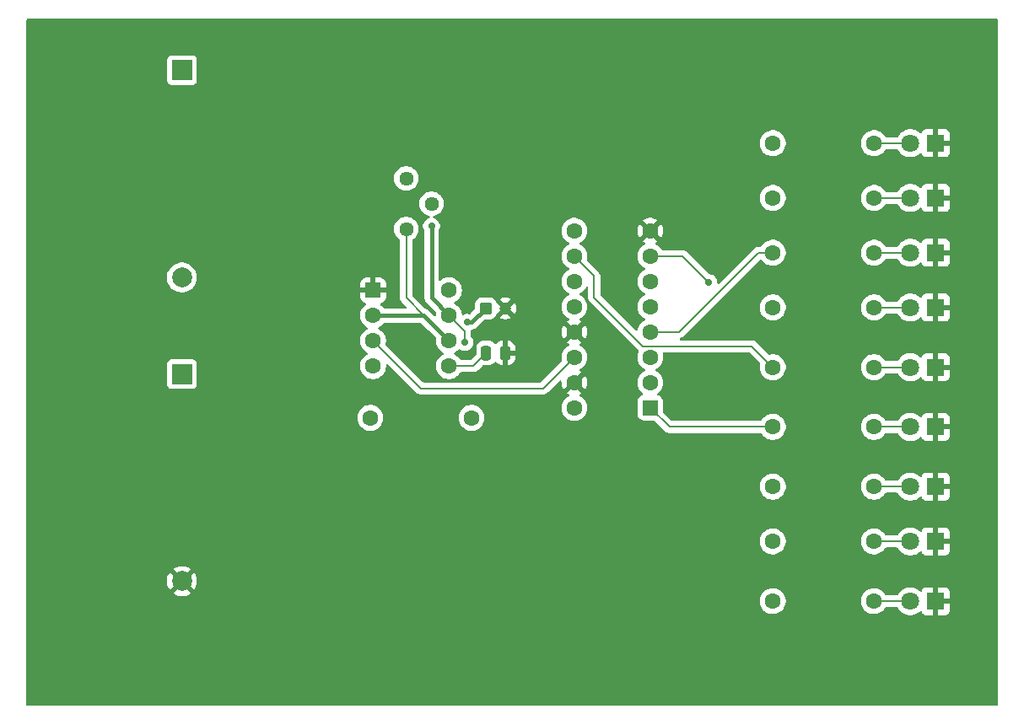
<source format=gbr>
%TF.GenerationSoftware,KiCad,Pcbnew,9.0.5*%
%TF.CreationDate,2025-10-19T16:10:15+05:30*%
%TF.ProjectId,KICADWORKSHOP_LED_CHASER,4b494341-4457-44f5-924b-53484f505f4c,rev?*%
%TF.SameCoordinates,Original*%
%TF.FileFunction,Copper,L2,Bot*%
%TF.FilePolarity,Positive*%
%FSLAX46Y46*%
G04 Gerber Fmt 4.6, Leading zero omitted, Abs format (unit mm)*
G04 Created by KiCad (PCBNEW 9.0.5) date 2025-10-19 16:10:15*
%MOMM*%
%LPD*%
G01*
G04 APERTURE LIST*
G04 Aperture macros list*
%AMRoundRect*
0 Rectangle with rounded corners*
0 $1 Rounding radius*
0 $2 $3 $4 $5 $6 $7 $8 $9 X,Y pos of 4 corners*
0 Add a 4 corners polygon primitive as box body*
4,1,4,$2,$3,$4,$5,$6,$7,$8,$9,$2,$3,0*
0 Add four circle primitives for the rounded corners*
1,1,$1+$1,$2,$3*
1,1,$1+$1,$4,$5*
1,1,$1+$1,$6,$7*
1,1,$1+$1,$8,$9*
0 Add four rect primitives between the rounded corners*
20,1,$1+$1,$2,$3,$4,$5,0*
20,1,$1+$1,$4,$5,$6,$7,0*
20,1,$1+$1,$6,$7,$8,$9,0*
20,1,$1+$1,$8,$9,$2,$3,0*%
G04 Aperture macros list end*
%TA.AperFunction,ComponentPad*%
%ADD10RoundRect,0.250000X0.550000X0.550000X-0.550000X0.550000X-0.550000X-0.550000X0.550000X-0.550000X0*%
%TD*%
%TA.AperFunction,ComponentPad*%
%ADD11C,1.600000*%
%TD*%
%TA.AperFunction,ComponentPad*%
%ADD12RoundRect,0.250000X-0.550000X-0.550000X0.550000X-0.550000X0.550000X0.550000X-0.550000X0.550000X0*%
%TD*%
%TA.AperFunction,ComponentPad*%
%ADD13C,1.440000*%
%TD*%
%TA.AperFunction,ComponentPad*%
%ADD14R,1.800000X1.800000*%
%TD*%
%TA.AperFunction,ComponentPad*%
%ADD15C,1.800000*%
%TD*%
%TA.AperFunction,SMDPad,CuDef*%
%ADD16RoundRect,0.250000X-0.250000X-0.475000X0.250000X-0.475000X0.250000X0.475000X-0.250000X0.475000X0*%
%TD*%
%TA.AperFunction,ComponentPad*%
%ADD17RoundRect,0.250000X-0.350000X-0.350000X0.350000X-0.350000X0.350000X0.350000X-0.350000X0.350000X0*%
%TD*%
%TA.AperFunction,ComponentPad*%
%ADD18C,1.200000*%
%TD*%
%TA.AperFunction,ComponentPad*%
%ADD19R,2.000000X2.000000*%
%TD*%
%TA.AperFunction,ComponentPad*%
%ADD20C,2.000000*%
%TD*%
%TA.AperFunction,ViaPad*%
%ADD21C,0.700000*%
%TD*%
%TA.AperFunction,ViaPad*%
%ADD22C,0.500000*%
%TD*%
%TA.AperFunction,Conductor*%
%ADD23C,0.200000*%
%TD*%
%TA.AperFunction,Conductor*%
%ADD24C,0.400000*%
%TD*%
G04 APERTURE END LIST*
D10*
%TO.P,U2,1,Q5*%
%TO.N,Q5*%
X135120000Y-68080000D03*
D11*
%TO.P,U2,2,Q1*%
%TO.N,Q1*%
X135120000Y-65540000D03*
%TO.P,U2,3,Q0*%
%TO.N,Q0*%
X135120000Y-63000000D03*
%TO.P,U2,4,Q2*%
%TO.N,Q2*%
X135120000Y-60460000D03*
%TO.P,U2,5,Q6*%
%TO.N,Q6*%
X135120000Y-57920000D03*
%TO.P,U2,6,Q7*%
%TO.N,Q7*%
X135120000Y-55380000D03*
%TO.P,U2,7,Q3*%
%TO.N,Q3*%
X135120000Y-52840000D03*
%TO.P,U2,8,VSS*%
%TO.N,GND*%
X135120000Y-50300000D03*
%TO.P,U2,9,Q8*%
%TO.N,Q8*%
X127500000Y-50300000D03*
%TO.P,U2,10,Q4*%
%TO.N,Q4*%
X127500000Y-52840000D03*
%TO.P,U2,11,Q9*%
%TO.N,Q9*%
X127500000Y-55380000D03*
%TO.P,U2,12,Cout*%
%TO.N,unconnected-(U2-Cout-Pad12)*%
X127500000Y-57920000D03*
%TO.P,U2,13,CKEN*%
%TO.N,GND*%
X127500000Y-60460000D03*
%TO.P,U2,14,CLK*%
%TO.N,CLK*%
X127500000Y-63000000D03*
%TO.P,U2,15,Reset*%
%TO.N,GND*%
X127500000Y-65540000D03*
%TO.P,U2,16,VDD*%
%TO.N,+6V*%
X127500000Y-68080000D03*
%TD*%
D12*
%TO.P,U1,1,GND*%
%TO.N,GND*%
X107300000Y-56270000D03*
D11*
%TO.P,U1,2,TR*%
%TO.N,Net-(U1-THR)*%
X107300000Y-58810000D03*
%TO.P,U1,3,Q*%
%TO.N,CLK*%
X107300000Y-61350000D03*
%TO.P,U1,4,R*%
%TO.N,+6V*%
X107300000Y-63890000D03*
%TO.P,U1,5,CV*%
%TO.N,Net-(U1-CV)*%
X114920000Y-63890000D03*
%TO.P,U1,6,THR*%
%TO.N,Net-(U1-THR)*%
X114920000Y-61350000D03*
%TO.P,U1,7,DIS*%
%TO.N,Net-(U1-DIS)*%
X114920000Y-58810000D03*
%TO.P,U1,8,VCC*%
%TO.N,+6V*%
X114920000Y-56270000D03*
%TD*%
D13*
%TO.P,RV1,1,1*%
%TO.N,Net-(U1-THR)*%
X110620000Y-50120000D03*
%TO.P,RV1,2,2*%
%TO.N,Net-(U1-DIS)*%
X113160000Y-47580000D03*
%TO.P,RV1,3,3*%
X110620000Y-45040000D03*
%TD*%
D11*
%TO.P,R10,1*%
%TO.N,Q8*%
X147420000Y-87500000D03*
%TO.P,R10,2*%
%TO.N,Net-(D9-A)*%
X157580000Y-87500000D03*
%TD*%
%TO.P,R9,1*%
%TO.N,Q7*%
X147420000Y-81500000D03*
%TO.P,R9,2*%
%TO.N,Net-(D8-A)*%
X157580000Y-81500000D03*
%TD*%
%TO.P,R8,1*%
%TO.N,Q6*%
X147420000Y-76000000D03*
%TO.P,R8,2*%
%TO.N,Net-(D7-A)*%
X157580000Y-76000000D03*
%TD*%
%TO.P,R7,1*%
%TO.N,Q5*%
X147420000Y-70000000D03*
%TO.P,R7,2*%
%TO.N,Net-(D6-A)*%
X157580000Y-70000000D03*
%TD*%
%TO.P,R6,1*%
%TO.N,Q4*%
X147420000Y-64000000D03*
%TO.P,R6,2*%
%TO.N,Net-(D5-A)*%
X157580000Y-64000000D03*
%TD*%
%TO.P,R5,1*%
%TO.N,Q3*%
X147420000Y-58000000D03*
%TO.P,R5,2*%
%TO.N,Net-(D4-A)*%
X157580000Y-58000000D03*
%TD*%
%TO.P,R4,1*%
%TO.N,Q2*%
X147420000Y-52500000D03*
%TO.P,R4,2*%
%TO.N,Net-(D3-A)*%
X157580000Y-52500000D03*
%TD*%
%TO.P,R3,1*%
%TO.N,Q1*%
X147420000Y-47000000D03*
%TO.P,R3,2*%
%TO.N,Net-(D2-A)*%
X157580000Y-47000000D03*
%TD*%
%TO.P,R2,1*%
%TO.N,Q0*%
X147420000Y-41500000D03*
%TO.P,R2,2*%
%TO.N,Net-(D1-A)*%
X157580000Y-41500000D03*
%TD*%
%TO.P,R1,1*%
%TO.N,+6V*%
X107025000Y-69080000D03*
%TO.P,R1,2*%
%TO.N,Net-(U1-DIS)*%
X117185000Y-69080000D03*
%TD*%
D14*
%TO.P,D9,1,K*%
%TO.N,GND*%
X163770000Y-87500000D03*
D15*
%TO.P,D9,2,A*%
%TO.N,Net-(D9-A)*%
X161230000Y-87500000D03*
%TD*%
D14*
%TO.P,D8,1,K*%
%TO.N,GND*%
X163770000Y-81500000D03*
D15*
%TO.P,D8,2,A*%
%TO.N,Net-(D8-A)*%
X161230000Y-81500000D03*
%TD*%
D14*
%TO.P,D7,1,K*%
%TO.N,GND*%
X163770000Y-76000000D03*
D15*
%TO.P,D7,2,A*%
%TO.N,Net-(D7-A)*%
X161230000Y-76000000D03*
%TD*%
D14*
%TO.P,D6,1,K*%
%TO.N,GND*%
X163770000Y-70000000D03*
D15*
%TO.P,D6,2,A*%
%TO.N,Net-(D6-A)*%
X161230000Y-70000000D03*
%TD*%
D14*
%TO.P,D5,1,K*%
%TO.N,GND*%
X163770000Y-64000000D03*
D15*
%TO.P,D5,2,A*%
%TO.N,Net-(D5-A)*%
X161230000Y-64000000D03*
%TD*%
D14*
%TO.P,D4,1,K*%
%TO.N,GND*%
X163770000Y-58000000D03*
D15*
%TO.P,D4,2,A*%
%TO.N,Net-(D4-A)*%
X161230000Y-58000000D03*
%TD*%
D14*
%TO.P,D3,1,K*%
%TO.N,GND*%
X163770000Y-52500000D03*
D15*
%TO.P,D3,2,A*%
%TO.N,Net-(D3-A)*%
X161230000Y-52500000D03*
%TD*%
D14*
%TO.P,D2,1,K*%
%TO.N,GND*%
X163770000Y-47000000D03*
D15*
%TO.P,D2,2,A*%
%TO.N,Net-(D2-A)*%
X161230000Y-47000000D03*
%TD*%
D14*
%TO.P,D1,1,K*%
%TO.N,GND*%
X163770000Y-41500000D03*
D15*
%TO.P,D1,2,A*%
%TO.N,Net-(D1-A)*%
X161230000Y-41500000D03*
%TD*%
D16*
%TO.P,C2,1*%
%TO.N,Net-(U1-CV)*%
X118655000Y-62580000D03*
%TO.P,C2,2*%
%TO.N,GND*%
X120555000Y-62580000D03*
%TD*%
D17*
%TO.P,C1,1*%
%TO.N,Net-(U1-THR)*%
X118605000Y-58080000D03*
D18*
%TO.P,C1,2*%
%TO.N,GND*%
X120605000Y-58080000D03*
%TD*%
D19*
%TO.P,BT2,1,+*%
%TO.N,Net-(BT1--)*%
X88120000Y-64682546D03*
D20*
%TO.P,BT2,2,-*%
%TO.N,GND*%
X88120000Y-85482546D03*
%TD*%
D19*
%TO.P,BT1,1,+*%
%TO.N,+6V*%
X88120000Y-34182546D03*
D20*
%TO.P,BT1,2,-*%
%TO.N,Net-(BT1--)*%
X88120000Y-54982546D03*
%TD*%
D21*
%TO.N,Net-(U1-DIS)*%
X116500000Y-61500000D03*
%TO.N,Q3*%
X141000000Y-55500000D03*
%TO.N,Net-(U1-THR)*%
X116770000Y-59500000D03*
%TO.N,Net-(U1-DIS)*%
X113160000Y-49840000D03*
D22*
%TO.N,GND*%
X165500000Y-94500000D03*
%TD*%
D23*
%TO.N,Net-(U1-CV)*%
X117345000Y-63890000D02*
X114920000Y-63890000D01*
X118655000Y-62580000D02*
X117345000Y-63890000D01*
%TO.N,Net-(U1-DIS)*%
X116500000Y-60390000D02*
X116500000Y-61500000D01*
X114920000Y-58810000D02*
X116500000Y-60390000D01*
%TO.N,Net-(U1-THR)*%
X110620000Y-57050000D02*
X112380000Y-58810000D01*
X110620000Y-50120000D02*
X110620000Y-57050000D01*
%TO.N,CLK*%
X124364000Y-66136000D02*
X112086000Y-66136000D01*
X127500000Y-63000000D02*
X124364000Y-66136000D01*
X112086000Y-66136000D02*
X107300000Y-61350000D01*
%TO.N,Q5*%
X137040000Y-70000000D02*
X135120000Y-68080000D01*
X147420000Y-70000000D02*
X137040000Y-70000000D01*
%TO.N,Q4*%
X129500000Y-54840000D02*
X127500000Y-52840000D01*
X134399000Y-61899000D02*
X129500000Y-57000000D01*
X145319000Y-61899000D02*
X134399000Y-61899000D01*
X129500000Y-57000000D02*
X129500000Y-54840000D01*
X147420000Y-64000000D02*
X145319000Y-61899000D01*
%TO.N,Q3*%
X138340000Y-52840000D02*
X135120000Y-52840000D01*
X141000000Y-55500000D02*
X138340000Y-52840000D01*
%TO.N,Q2*%
X138040000Y-60460000D02*
X135120000Y-60460000D01*
X147420000Y-52500000D02*
X146000000Y-52500000D01*
X146000000Y-52500000D02*
X138040000Y-60460000D01*
%TO.N,Net-(D9-A)*%
X161230000Y-87500000D02*
X157580000Y-87500000D01*
%TO.N,Net-(D8-A)*%
X157580000Y-81500000D02*
X161230000Y-81500000D01*
%TO.N,Net-(D7-A)*%
X157580000Y-76000000D02*
X161230000Y-76000000D01*
%TO.N,Net-(D6-A)*%
X157580000Y-70000000D02*
X161230000Y-70000000D01*
%TO.N,Net-(D5-A)*%
X157580000Y-64000000D02*
X161230000Y-64000000D01*
%TO.N,Net-(D4-A)*%
X157580000Y-58000000D02*
X161230000Y-58000000D01*
%TO.N,Net-(D3-A)*%
X161230000Y-52500000D02*
X157580000Y-52500000D01*
%TO.N,Net-(D2-A)*%
X157580000Y-47000000D02*
X161230000Y-47000000D01*
%TO.N,Net-(D1-A)*%
X161230000Y-41500000D02*
X157580000Y-41500000D01*
D24*
%TO.N,Net-(U1-THR)*%
X117185000Y-59500000D02*
X118605000Y-58080000D01*
X116770000Y-59500000D02*
X117185000Y-59500000D01*
X112380000Y-58810000D02*
X114920000Y-61350000D01*
X107300000Y-58810000D02*
X112380000Y-58810000D01*
%TO.N,Net-(U1-DIS)*%
X113160000Y-57050000D02*
X114920000Y-58810000D01*
X113160000Y-49840000D02*
X113160000Y-57050000D01*
%TD*%
%TA.AperFunction,Conductor*%
%TO.N,GND*%
G36*
X169942539Y-29020185D02*
G01*
X169988294Y-29072989D01*
X169999500Y-29124500D01*
X169999500Y-97875500D01*
X169979815Y-97942539D01*
X169927011Y-97988294D01*
X169875500Y-97999500D01*
X72624500Y-97999500D01*
X72557461Y-97979815D01*
X72511706Y-97927011D01*
X72500500Y-97875500D01*
X72500500Y-87397648D01*
X146119500Y-87397648D01*
X146119500Y-87602351D01*
X146151522Y-87804534D01*
X146214781Y-87999223D01*
X146266385Y-88100500D01*
X146300882Y-88168204D01*
X146307715Y-88181613D01*
X146428028Y-88347213D01*
X146572786Y-88491971D01*
X146727749Y-88604556D01*
X146738390Y-88612287D01*
X146854607Y-88671503D01*
X146920776Y-88705218D01*
X146920778Y-88705218D01*
X146920781Y-88705220D01*
X147025137Y-88739127D01*
X147115465Y-88768477D01*
X147216557Y-88784488D01*
X147317648Y-88800500D01*
X147317649Y-88800500D01*
X147522351Y-88800500D01*
X147522352Y-88800500D01*
X147724534Y-88768477D01*
X147919219Y-88705220D01*
X148101610Y-88612287D01*
X148246005Y-88507379D01*
X148267213Y-88491971D01*
X148267215Y-88491968D01*
X148267219Y-88491966D01*
X148411966Y-88347219D01*
X148411968Y-88347215D01*
X148411971Y-88347213D01*
X148494207Y-88234023D01*
X148532287Y-88181610D01*
X148625220Y-87999219D01*
X148688477Y-87804534D01*
X148720500Y-87602352D01*
X148720500Y-87397648D01*
X156279500Y-87397648D01*
X156279500Y-87602351D01*
X156311522Y-87804534D01*
X156374781Y-87999223D01*
X156426385Y-88100500D01*
X156460882Y-88168204D01*
X156467715Y-88181613D01*
X156588028Y-88347213D01*
X156732786Y-88491971D01*
X156887749Y-88604556D01*
X156898390Y-88612287D01*
X157014607Y-88671503D01*
X157080776Y-88705218D01*
X157080778Y-88705218D01*
X157080781Y-88705220D01*
X157185137Y-88739127D01*
X157275465Y-88768477D01*
X157376557Y-88784488D01*
X157477648Y-88800500D01*
X157477649Y-88800500D01*
X157682351Y-88800500D01*
X157682352Y-88800500D01*
X157884534Y-88768477D01*
X158079219Y-88705220D01*
X158261610Y-88612287D01*
X158406005Y-88507379D01*
X158427213Y-88491971D01*
X158427215Y-88491968D01*
X158427219Y-88491966D01*
X158571966Y-88347219D01*
X158571968Y-88347215D01*
X158571971Y-88347213D01*
X158692284Y-88181614D01*
X158692285Y-88181613D01*
X158692287Y-88181610D01*
X158699117Y-88168204D01*
X158747091Y-88117409D01*
X158809602Y-88100500D01*
X159888164Y-88100500D01*
X159955203Y-88120185D01*
X159998648Y-88168204D01*
X160032185Y-88234023D01*
X160161752Y-88412358D01*
X160161756Y-88412363D01*
X160317636Y-88568243D01*
X160317641Y-88568247D01*
X160473192Y-88681260D01*
X160495978Y-88697815D01*
X160612501Y-88757187D01*
X160692393Y-88797895D01*
X160692396Y-88797896D01*
X160797221Y-88831955D01*
X160902049Y-88866015D01*
X161119778Y-88900500D01*
X161119779Y-88900500D01*
X161340221Y-88900500D01*
X161340222Y-88900500D01*
X161557951Y-88866015D01*
X161767606Y-88797895D01*
X161964022Y-88697815D01*
X162142365Y-88568242D01*
X162192924Y-88517682D01*
X162254245Y-88484198D01*
X162323936Y-88489182D01*
X162379870Y-88531053D01*
X162396786Y-88562030D01*
X162426646Y-88642087D01*
X162426649Y-88642093D01*
X162512809Y-88757187D01*
X162512812Y-88757190D01*
X162627906Y-88843350D01*
X162627913Y-88843354D01*
X162762620Y-88893596D01*
X162762627Y-88893598D01*
X162822155Y-88899999D01*
X162822172Y-88900000D01*
X163520000Y-88900000D01*
X163520000Y-87875277D01*
X163596306Y-87919333D01*
X163710756Y-87950000D01*
X163829244Y-87950000D01*
X163943694Y-87919333D01*
X164020000Y-87875277D01*
X164020000Y-88900000D01*
X164717828Y-88900000D01*
X164717844Y-88899999D01*
X164777372Y-88893598D01*
X164777379Y-88893596D01*
X164912086Y-88843354D01*
X164912093Y-88843350D01*
X165027187Y-88757190D01*
X165027190Y-88757187D01*
X165113350Y-88642093D01*
X165113354Y-88642086D01*
X165163596Y-88507379D01*
X165163598Y-88507372D01*
X165169999Y-88447844D01*
X165170000Y-88447827D01*
X165170000Y-87750000D01*
X164145278Y-87750000D01*
X164189333Y-87673694D01*
X164220000Y-87559244D01*
X164220000Y-87440756D01*
X164189333Y-87326306D01*
X164145278Y-87250000D01*
X165170000Y-87250000D01*
X165170000Y-86552172D01*
X165169999Y-86552155D01*
X165163598Y-86492627D01*
X165163596Y-86492620D01*
X165113354Y-86357913D01*
X165113350Y-86357906D01*
X165027190Y-86242812D01*
X165027187Y-86242809D01*
X164912093Y-86156649D01*
X164912086Y-86156645D01*
X164777379Y-86106403D01*
X164777372Y-86106401D01*
X164717844Y-86100000D01*
X164020000Y-86100000D01*
X164020000Y-87124722D01*
X163943694Y-87080667D01*
X163829244Y-87050000D01*
X163710756Y-87050000D01*
X163596306Y-87080667D01*
X163520000Y-87124722D01*
X163520000Y-86100000D01*
X162822155Y-86100000D01*
X162762627Y-86106401D01*
X162762620Y-86106403D01*
X162627913Y-86156645D01*
X162627906Y-86156649D01*
X162512812Y-86242809D01*
X162512809Y-86242812D01*
X162426649Y-86357906D01*
X162426643Y-86357918D01*
X162396785Y-86437969D01*
X162354914Y-86493903D01*
X162289449Y-86518319D01*
X162221176Y-86503467D01*
X162192923Y-86482316D01*
X162142363Y-86431756D01*
X162142358Y-86431752D01*
X161964025Y-86302187D01*
X161964024Y-86302186D01*
X161964022Y-86302185D01*
X161898322Y-86268709D01*
X161767606Y-86202104D01*
X161767603Y-86202103D01*
X161557952Y-86133985D01*
X161449086Y-86116742D01*
X161340222Y-86099500D01*
X161119778Y-86099500D01*
X161047201Y-86110995D01*
X160902047Y-86133985D01*
X160692396Y-86202103D01*
X160692393Y-86202104D01*
X160495974Y-86302187D01*
X160317641Y-86431752D01*
X160317636Y-86431756D01*
X160161756Y-86587636D01*
X160161752Y-86587641D01*
X160032185Y-86765976D01*
X159998648Y-86831796D01*
X159950674Y-86882591D01*
X159888164Y-86899500D01*
X158809602Y-86899500D01*
X158742563Y-86879815D01*
X158699117Y-86831795D01*
X158692284Y-86818385D01*
X158571971Y-86652786D01*
X158427213Y-86508028D01*
X158261613Y-86387715D01*
X158261612Y-86387714D01*
X158261610Y-86387713D01*
X158203111Y-86357906D01*
X158079223Y-86294781D01*
X157884534Y-86231522D01*
X157698799Y-86202105D01*
X157682352Y-86199500D01*
X157477648Y-86199500D01*
X157461201Y-86202105D01*
X157275465Y-86231522D01*
X157080776Y-86294781D01*
X156898386Y-86387715D01*
X156732786Y-86508028D01*
X156588028Y-86652786D01*
X156467715Y-86818386D01*
X156374781Y-87000776D01*
X156311522Y-87195465D01*
X156279500Y-87397648D01*
X148720500Y-87397648D01*
X148688477Y-87195465D01*
X148659127Y-87105137D01*
X148625220Y-87000781D01*
X148625218Y-87000778D01*
X148625218Y-87000776D01*
X148591503Y-86934607D01*
X148532287Y-86818390D01*
X148494208Y-86765978D01*
X148411971Y-86652786D01*
X148267213Y-86508028D01*
X148101613Y-86387715D01*
X148101612Y-86387714D01*
X148101610Y-86387713D01*
X148043111Y-86357906D01*
X147919223Y-86294781D01*
X147724534Y-86231522D01*
X147538799Y-86202105D01*
X147522352Y-86199500D01*
X147317648Y-86199500D01*
X147301201Y-86202105D01*
X147115465Y-86231522D01*
X146920776Y-86294781D01*
X146738386Y-86387715D01*
X146572786Y-86508028D01*
X146428028Y-86652786D01*
X146307715Y-86818386D01*
X146214781Y-87000776D01*
X146151522Y-87195465D01*
X146119500Y-87397648D01*
X72500500Y-87397648D01*
X72500500Y-85364493D01*
X86620000Y-85364493D01*
X86620000Y-85600598D01*
X86656934Y-85833793D01*
X86729897Y-86058348D01*
X86837087Y-86268720D01*
X86897338Y-86351650D01*
X86897340Y-86351651D01*
X87442421Y-85806570D01*
X87455359Y-85837804D01*
X87537437Y-85960643D01*
X87641903Y-86065109D01*
X87764742Y-86147187D01*
X87795974Y-86160124D01*
X87250893Y-86705204D01*
X87333828Y-86765460D01*
X87544197Y-86872648D01*
X87768752Y-86945611D01*
X87768751Y-86945611D01*
X88001948Y-86982546D01*
X88238052Y-86982546D01*
X88471247Y-86945611D01*
X88695802Y-86872648D01*
X88906163Y-86765464D01*
X88906169Y-86765460D01*
X88989104Y-86705204D01*
X88989105Y-86705204D01*
X88444024Y-86160124D01*
X88475258Y-86147187D01*
X88598097Y-86065109D01*
X88702563Y-85960643D01*
X88784641Y-85837804D01*
X88797578Y-85806571D01*
X89342658Y-86351651D01*
X89342658Y-86351650D01*
X89402914Y-86268715D01*
X89402918Y-86268709D01*
X89510102Y-86058348D01*
X89583065Y-85833793D01*
X89620000Y-85600598D01*
X89620000Y-85364493D01*
X89583065Y-85131298D01*
X89510102Y-84906743D01*
X89402914Y-84696374D01*
X89342658Y-84613440D01*
X89342658Y-84613439D01*
X88797577Y-85158520D01*
X88784641Y-85127288D01*
X88702563Y-85004449D01*
X88598097Y-84899983D01*
X88475258Y-84817905D01*
X88444024Y-84804967D01*
X88989105Y-84259886D01*
X88989104Y-84259884D01*
X88906174Y-84199633D01*
X88695802Y-84092443D01*
X88471247Y-84019480D01*
X88471248Y-84019480D01*
X88238052Y-83982546D01*
X88001948Y-83982546D01*
X87768752Y-84019480D01*
X87544197Y-84092443D01*
X87333830Y-84199630D01*
X87250894Y-84259886D01*
X87795975Y-84804967D01*
X87764742Y-84817905D01*
X87641903Y-84899983D01*
X87537437Y-85004449D01*
X87455359Y-85127288D01*
X87442421Y-85158521D01*
X86897340Y-84613440D01*
X86837084Y-84696376D01*
X86729897Y-84906743D01*
X86656934Y-85131298D01*
X86620000Y-85364493D01*
X72500500Y-85364493D01*
X72500500Y-81397648D01*
X146119500Y-81397648D01*
X146119500Y-81602351D01*
X146151522Y-81804534D01*
X146214781Y-81999223D01*
X146266385Y-82100500D01*
X146300882Y-82168204D01*
X146307715Y-82181613D01*
X146428028Y-82347213D01*
X146572786Y-82491971D01*
X146727749Y-82604556D01*
X146738390Y-82612287D01*
X146854607Y-82671503D01*
X146920776Y-82705218D01*
X146920778Y-82705218D01*
X146920781Y-82705220D01*
X147025137Y-82739127D01*
X147115465Y-82768477D01*
X147216557Y-82784488D01*
X147317648Y-82800500D01*
X147317649Y-82800500D01*
X147522351Y-82800500D01*
X147522352Y-82800500D01*
X147724534Y-82768477D01*
X147919219Y-82705220D01*
X148101610Y-82612287D01*
X148246005Y-82507379D01*
X148267213Y-82491971D01*
X148267215Y-82491968D01*
X148267219Y-82491966D01*
X148411966Y-82347219D01*
X148411968Y-82347215D01*
X148411971Y-82347213D01*
X148494207Y-82234023D01*
X148532287Y-82181610D01*
X148625220Y-81999219D01*
X148688477Y-81804534D01*
X148720500Y-81602352D01*
X148720500Y-81397648D01*
X156279500Y-81397648D01*
X156279500Y-81602351D01*
X156311522Y-81804534D01*
X156374781Y-81999223D01*
X156426385Y-82100500D01*
X156460882Y-82168204D01*
X156467715Y-82181613D01*
X156588028Y-82347213D01*
X156732786Y-82491971D01*
X156887749Y-82604556D01*
X156898390Y-82612287D01*
X157014607Y-82671503D01*
X157080776Y-82705218D01*
X157080778Y-82705218D01*
X157080781Y-82705220D01*
X157185137Y-82739127D01*
X157275465Y-82768477D01*
X157376557Y-82784488D01*
X157477648Y-82800500D01*
X157477649Y-82800500D01*
X157682351Y-82800500D01*
X157682352Y-82800500D01*
X157884534Y-82768477D01*
X158079219Y-82705220D01*
X158261610Y-82612287D01*
X158406005Y-82507379D01*
X158427213Y-82491971D01*
X158427215Y-82491968D01*
X158427219Y-82491966D01*
X158571966Y-82347219D01*
X158571968Y-82347215D01*
X158571971Y-82347213D01*
X158692284Y-82181614D01*
X158692285Y-82181613D01*
X158692287Y-82181610D01*
X158699117Y-82168204D01*
X158747091Y-82117409D01*
X158809602Y-82100500D01*
X159888164Y-82100500D01*
X159955203Y-82120185D01*
X159998648Y-82168204D01*
X160032185Y-82234023D01*
X160161752Y-82412358D01*
X160161756Y-82412363D01*
X160317636Y-82568243D01*
X160317641Y-82568247D01*
X160473192Y-82681260D01*
X160495978Y-82697815D01*
X160612501Y-82757187D01*
X160692393Y-82797895D01*
X160692396Y-82797896D01*
X160797221Y-82831955D01*
X160902049Y-82866015D01*
X161119778Y-82900500D01*
X161119779Y-82900500D01*
X161340221Y-82900500D01*
X161340222Y-82900500D01*
X161557951Y-82866015D01*
X161767606Y-82797895D01*
X161964022Y-82697815D01*
X162142365Y-82568242D01*
X162192924Y-82517682D01*
X162254245Y-82484198D01*
X162323936Y-82489182D01*
X162379870Y-82531053D01*
X162396786Y-82562030D01*
X162426646Y-82642087D01*
X162426649Y-82642093D01*
X162512809Y-82757187D01*
X162512812Y-82757190D01*
X162627906Y-82843350D01*
X162627913Y-82843354D01*
X162762620Y-82893596D01*
X162762627Y-82893598D01*
X162822155Y-82899999D01*
X162822172Y-82900000D01*
X163520000Y-82900000D01*
X163520000Y-81875277D01*
X163596306Y-81919333D01*
X163710756Y-81950000D01*
X163829244Y-81950000D01*
X163943694Y-81919333D01*
X164020000Y-81875277D01*
X164020000Y-82900000D01*
X164717828Y-82900000D01*
X164717844Y-82899999D01*
X164777372Y-82893598D01*
X164777379Y-82893596D01*
X164912086Y-82843354D01*
X164912093Y-82843350D01*
X165027187Y-82757190D01*
X165027190Y-82757187D01*
X165113350Y-82642093D01*
X165113354Y-82642086D01*
X165163596Y-82507379D01*
X165163598Y-82507372D01*
X165169999Y-82447844D01*
X165170000Y-82447827D01*
X165170000Y-81750000D01*
X164145278Y-81750000D01*
X164189333Y-81673694D01*
X164220000Y-81559244D01*
X164220000Y-81440756D01*
X164189333Y-81326306D01*
X164145278Y-81250000D01*
X165170000Y-81250000D01*
X165170000Y-80552172D01*
X165169999Y-80552155D01*
X165163598Y-80492627D01*
X165163596Y-80492620D01*
X165113354Y-80357913D01*
X165113350Y-80357906D01*
X165027190Y-80242812D01*
X165027187Y-80242809D01*
X164912093Y-80156649D01*
X164912086Y-80156645D01*
X164777379Y-80106403D01*
X164777372Y-80106401D01*
X164717844Y-80100000D01*
X164020000Y-80100000D01*
X164020000Y-81124722D01*
X163943694Y-81080667D01*
X163829244Y-81050000D01*
X163710756Y-81050000D01*
X163596306Y-81080667D01*
X163520000Y-81124722D01*
X163520000Y-80100000D01*
X162822155Y-80100000D01*
X162762627Y-80106401D01*
X162762620Y-80106403D01*
X162627913Y-80156645D01*
X162627906Y-80156649D01*
X162512812Y-80242809D01*
X162512809Y-80242812D01*
X162426649Y-80357906D01*
X162426643Y-80357918D01*
X162396785Y-80437969D01*
X162354914Y-80493903D01*
X162289449Y-80518319D01*
X162221176Y-80503467D01*
X162192923Y-80482316D01*
X162142363Y-80431756D01*
X162142358Y-80431752D01*
X161964025Y-80302187D01*
X161964024Y-80302186D01*
X161964022Y-80302185D01*
X161901096Y-80270122D01*
X161767606Y-80202104D01*
X161767603Y-80202103D01*
X161557952Y-80133985D01*
X161449086Y-80116742D01*
X161340222Y-80099500D01*
X161119778Y-80099500D01*
X161047201Y-80110995D01*
X160902047Y-80133985D01*
X160692396Y-80202103D01*
X160692393Y-80202104D01*
X160495974Y-80302187D01*
X160317641Y-80431752D01*
X160317636Y-80431756D01*
X160161756Y-80587636D01*
X160161752Y-80587641D01*
X160032185Y-80765976D01*
X159998648Y-80831796D01*
X159950674Y-80882591D01*
X159888164Y-80899500D01*
X158809602Y-80899500D01*
X158742563Y-80879815D01*
X158699117Y-80831795D01*
X158692284Y-80818385D01*
X158571971Y-80652786D01*
X158427213Y-80508028D01*
X158261613Y-80387715D01*
X158261612Y-80387714D01*
X158261610Y-80387713D01*
X158203111Y-80357906D01*
X158079223Y-80294781D01*
X157884534Y-80231522D01*
X157698799Y-80202105D01*
X157682352Y-80199500D01*
X157477648Y-80199500D01*
X157461201Y-80202105D01*
X157275465Y-80231522D01*
X157080776Y-80294781D01*
X156898386Y-80387715D01*
X156732786Y-80508028D01*
X156588028Y-80652786D01*
X156467715Y-80818386D01*
X156374781Y-81000776D01*
X156311522Y-81195465D01*
X156279500Y-81397648D01*
X148720500Y-81397648D01*
X148688477Y-81195465D01*
X148659127Y-81105137D01*
X148625220Y-81000781D01*
X148625218Y-81000778D01*
X148625218Y-81000776D01*
X148591503Y-80934607D01*
X148532287Y-80818390D01*
X148494208Y-80765978D01*
X148411971Y-80652786D01*
X148267213Y-80508028D01*
X148101613Y-80387715D01*
X148101612Y-80387714D01*
X148101610Y-80387713D01*
X148043111Y-80357906D01*
X147919223Y-80294781D01*
X147724534Y-80231522D01*
X147538799Y-80202105D01*
X147522352Y-80199500D01*
X147317648Y-80199500D01*
X147301201Y-80202105D01*
X147115465Y-80231522D01*
X146920776Y-80294781D01*
X146738386Y-80387715D01*
X146572786Y-80508028D01*
X146428028Y-80652786D01*
X146307715Y-80818386D01*
X146214781Y-81000776D01*
X146151522Y-81195465D01*
X146119500Y-81397648D01*
X72500500Y-81397648D01*
X72500500Y-75897648D01*
X146119500Y-75897648D01*
X146119500Y-76102351D01*
X146151522Y-76304534D01*
X146214781Y-76499223D01*
X146266385Y-76600500D01*
X146300882Y-76668204D01*
X146307715Y-76681613D01*
X146428028Y-76847213D01*
X146572786Y-76991971D01*
X146727749Y-77104556D01*
X146738390Y-77112287D01*
X146854607Y-77171503D01*
X146920776Y-77205218D01*
X146920778Y-77205218D01*
X146920781Y-77205220D01*
X147025137Y-77239127D01*
X147115465Y-77268477D01*
X147216557Y-77284488D01*
X147317648Y-77300500D01*
X147317649Y-77300500D01*
X147522351Y-77300500D01*
X147522352Y-77300500D01*
X147724534Y-77268477D01*
X147919219Y-77205220D01*
X148101610Y-77112287D01*
X148246005Y-77007379D01*
X148267213Y-76991971D01*
X148267215Y-76991968D01*
X148267219Y-76991966D01*
X148411966Y-76847219D01*
X148411968Y-76847215D01*
X148411971Y-76847213D01*
X148494207Y-76734023D01*
X148532287Y-76681610D01*
X148625220Y-76499219D01*
X148688477Y-76304534D01*
X148720500Y-76102352D01*
X148720500Y-75897648D01*
X156279500Y-75897648D01*
X156279500Y-76102351D01*
X156311522Y-76304534D01*
X156374781Y-76499223D01*
X156426385Y-76600500D01*
X156460882Y-76668204D01*
X156467715Y-76681613D01*
X156588028Y-76847213D01*
X156732786Y-76991971D01*
X156887749Y-77104556D01*
X156898390Y-77112287D01*
X157014607Y-77171503D01*
X157080776Y-77205218D01*
X157080778Y-77205218D01*
X157080781Y-77205220D01*
X157185137Y-77239127D01*
X157275465Y-77268477D01*
X157376557Y-77284488D01*
X157477648Y-77300500D01*
X157477649Y-77300500D01*
X157682351Y-77300500D01*
X157682352Y-77300500D01*
X157884534Y-77268477D01*
X158079219Y-77205220D01*
X158261610Y-77112287D01*
X158406005Y-77007379D01*
X158427213Y-76991971D01*
X158427215Y-76991968D01*
X158427219Y-76991966D01*
X158571966Y-76847219D01*
X158571968Y-76847215D01*
X158571971Y-76847213D01*
X158692284Y-76681614D01*
X158692285Y-76681613D01*
X158692287Y-76681610D01*
X158699117Y-76668204D01*
X158747091Y-76617409D01*
X158809602Y-76600500D01*
X159888164Y-76600500D01*
X159955203Y-76620185D01*
X159998648Y-76668204D01*
X160032185Y-76734023D01*
X160161752Y-76912358D01*
X160161756Y-76912363D01*
X160317636Y-77068243D01*
X160317641Y-77068247D01*
X160473192Y-77181260D01*
X160495978Y-77197815D01*
X160612501Y-77257187D01*
X160692393Y-77297895D01*
X160692396Y-77297896D01*
X160797221Y-77331955D01*
X160902049Y-77366015D01*
X161119778Y-77400500D01*
X161119779Y-77400500D01*
X161340221Y-77400500D01*
X161340222Y-77400500D01*
X161557951Y-77366015D01*
X161767606Y-77297895D01*
X161964022Y-77197815D01*
X162142365Y-77068242D01*
X162192924Y-77017682D01*
X162254245Y-76984198D01*
X162323936Y-76989182D01*
X162379870Y-77031053D01*
X162396786Y-77062030D01*
X162426646Y-77142087D01*
X162426649Y-77142093D01*
X162512809Y-77257187D01*
X162512812Y-77257190D01*
X162627906Y-77343350D01*
X162627913Y-77343354D01*
X162762620Y-77393596D01*
X162762627Y-77393598D01*
X162822155Y-77399999D01*
X162822172Y-77400000D01*
X163520000Y-77400000D01*
X163520000Y-76375277D01*
X163596306Y-76419333D01*
X163710756Y-76450000D01*
X163829244Y-76450000D01*
X163943694Y-76419333D01*
X164020000Y-76375277D01*
X164020000Y-77400000D01*
X164717828Y-77400000D01*
X164717844Y-77399999D01*
X164777372Y-77393598D01*
X164777379Y-77393596D01*
X164912086Y-77343354D01*
X164912093Y-77343350D01*
X165027187Y-77257190D01*
X165027190Y-77257187D01*
X165113350Y-77142093D01*
X165113354Y-77142086D01*
X165163596Y-77007379D01*
X165163598Y-77007372D01*
X165169999Y-76947844D01*
X165170000Y-76947827D01*
X165170000Y-76250000D01*
X164145278Y-76250000D01*
X164189333Y-76173694D01*
X164220000Y-76059244D01*
X164220000Y-75940756D01*
X164189333Y-75826306D01*
X164145278Y-75750000D01*
X165170000Y-75750000D01*
X165170000Y-75052172D01*
X165169999Y-75052155D01*
X165163598Y-74992627D01*
X165163596Y-74992620D01*
X165113354Y-74857913D01*
X165113350Y-74857906D01*
X165027190Y-74742812D01*
X165027187Y-74742809D01*
X164912093Y-74656649D01*
X164912086Y-74656645D01*
X164777379Y-74606403D01*
X164777372Y-74606401D01*
X164717844Y-74600000D01*
X164020000Y-74600000D01*
X164020000Y-75624722D01*
X163943694Y-75580667D01*
X163829244Y-75550000D01*
X163710756Y-75550000D01*
X163596306Y-75580667D01*
X163520000Y-75624722D01*
X163520000Y-74600000D01*
X162822155Y-74600000D01*
X162762627Y-74606401D01*
X162762620Y-74606403D01*
X162627913Y-74656645D01*
X162627906Y-74656649D01*
X162512812Y-74742809D01*
X162512809Y-74742812D01*
X162426649Y-74857906D01*
X162426643Y-74857918D01*
X162396785Y-74937969D01*
X162354914Y-74993903D01*
X162289449Y-75018319D01*
X162221176Y-75003467D01*
X162192923Y-74982316D01*
X162142363Y-74931756D01*
X162142358Y-74931752D01*
X161964025Y-74802187D01*
X161964024Y-74802186D01*
X161964022Y-74802185D01*
X161901096Y-74770122D01*
X161767606Y-74702104D01*
X161767603Y-74702103D01*
X161557952Y-74633985D01*
X161449086Y-74616742D01*
X161340222Y-74599500D01*
X161119778Y-74599500D01*
X161047201Y-74610995D01*
X160902047Y-74633985D01*
X160692396Y-74702103D01*
X160692393Y-74702104D01*
X160495974Y-74802187D01*
X160317641Y-74931752D01*
X160317636Y-74931756D01*
X160161756Y-75087636D01*
X160161752Y-75087641D01*
X160032185Y-75265976D01*
X159998648Y-75331796D01*
X159950674Y-75382591D01*
X159888164Y-75399500D01*
X158809602Y-75399500D01*
X158742563Y-75379815D01*
X158699117Y-75331795D01*
X158692284Y-75318385D01*
X158571971Y-75152786D01*
X158427213Y-75008028D01*
X158261613Y-74887715D01*
X158261612Y-74887714D01*
X158261610Y-74887713D01*
X158203111Y-74857906D01*
X158079223Y-74794781D01*
X157884534Y-74731522D01*
X157698799Y-74702105D01*
X157682352Y-74699500D01*
X157477648Y-74699500D01*
X157461201Y-74702105D01*
X157275465Y-74731522D01*
X157080776Y-74794781D01*
X156898386Y-74887715D01*
X156732786Y-75008028D01*
X156588028Y-75152786D01*
X156467715Y-75318386D01*
X156374781Y-75500776D01*
X156311522Y-75695465D01*
X156279500Y-75897648D01*
X148720500Y-75897648D01*
X148688477Y-75695465D01*
X148659127Y-75605137D01*
X148625220Y-75500781D01*
X148625218Y-75500778D01*
X148625218Y-75500776D01*
X148591503Y-75434607D01*
X148532287Y-75318390D01*
X148494208Y-75265978D01*
X148411971Y-75152786D01*
X148267213Y-75008028D01*
X148101613Y-74887715D01*
X148101612Y-74887714D01*
X148101610Y-74887713D01*
X148043111Y-74857906D01*
X147919223Y-74794781D01*
X147724534Y-74731522D01*
X147538799Y-74702105D01*
X147522352Y-74699500D01*
X147317648Y-74699500D01*
X147301201Y-74702105D01*
X147115465Y-74731522D01*
X146920776Y-74794781D01*
X146738386Y-74887715D01*
X146572786Y-75008028D01*
X146428028Y-75152786D01*
X146307715Y-75318386D01*
X146214781Y-75500776D01*
X146151522Y-75695465D01*
X146119500Y-75897648D01*
X72500500Y-75897648D01*
X72500500Y-68977648D01*
X105724500Y-68977648D01*
X105724500Y-69182351D01*
X105756522Y-69384534D01*
X105819781Y-69579223D01*
X105867079Y-69672049D01*
X105906797Y-69750000D01*
X105912715Y-69761613D01*
X106033028Y-69927213D01*
X106177786Y-70071971D01*
X106317799Y-70173694D01*
X106343390Y-70192287D01*
X106456658Y-70250000D01*
X106525776Y-70285218D01*
X106525778Y-70285218D01*
X106525781Y-70285220D01*
X106630137Y-70319127D01*
X106720465Y-70348477D01*
X106793786Y-70360090D01*
X106922648Y-70380500D01*
X106922649Y-70380500D01*
X107127351Y-70380500D01*
X107127352Y-70380500D01*
X107329534Y-70348477D01*
X107524219Y-70285220D01*
X107706610Y-70192287D01*
X107830396Y-70102352D01*
X107872213Y-70071971D01*
X107872215Y-70071968D01*
X107872219Y-70071966D01*
X108016966Y-69927219D01*
X108016968Y-69927215D01*
X108016971Y-69927213D01*
X108090283Y-69826306D01*
X108137287Y-69761610D01*
X108230220Y-69579219D01*
X108293477Y-69384534D01*
X108325500Y-69182352D01*
X108325500Y-68977648D01*
X115884500Y-68977648D01*
X115884500Y-69182351D01*
X115916522Y-69384534D01*
X115979781Y-69579223D01*
X116027079Y-69672049D01*
X116066797Y-69750000D01*
X116072715Y-69761613D01*
X116193028Y-69927213D01*
X116337786Y-70071971D01*
X116477799Y-70173694D01*
X116503390Y-70192287D01*
X116616658Y-70250000D01*
X116685776Y-70285218D01*
X116685778Y-70285218D01*
X116685781Y-70285220D01*
X116790137Y-70319127D01*
X116880465Y-70348477D01*
X116953786Y-70360090D01*
X117082648Y-70380500D01*
X117082649Y-70380500D01*
X117287351Y-70380500D01*
X117287352Y-70380500D01*
X117489534Y-70348477D01*
X117684219Y-70285220D01*
X117866610Y-70192287D01*
X117990396Y-70102352D01*
X118032213Y-70071971D01*
X118032215Y-70071968D01*
X118032219Y-70071966D01*
X118176966Y-69927219D01*
X118176968Y-69927215D01*
X118176971Y-69927213D01*
X118250283Y-69826306D01*
X118297287Y-69761610D01*
X118390220Y-69579219D01*
X118453477Y-69384534D01*
X118485500Y-69182352D01*
X118485500Y-68977648D01*
X118471256Y-68887715D01*
X118453477Y-68775465D01*
X118398544Y-68606401D01*
X118390220Y-68580781D01*
X118390218Y-68580778D01*
X118390218Y-68580776D01*
X118352250Y-68506260D01*
X118297287Y-68398390D01*
X118287220Y-68384534D01*
X118176971Y-68232786D01*
X118032213Y-68088028D01*
X118011657Y-68073094D01*
X117866613Y-67967715D01*
X117866612Y-67967714D01*
X117866610Y-67967713D01*
X117809653Y-67938691D01*
X117684223Y-67874781D01*
X117489534Y-67811522D01*
X117314995Y-67783878D01*
X117287352Y-67779500D01*
X117082648Y-67779500D01*
X117058329Y-67783351D01*
X116880465Y-67811522D01*
X116685776Y-67874781D01*
X116503386Y-67967715D01*
X116337786Y-68088028D01*
X116193028Y-68232786D01*
X116072715Y-68398386D01*
X115979781Y-68580776D01*
X115916522Y-68775465D01*
X115884500Y-68977648D01*
X108325500Y-68977648D01*
X108311256Y-68887715D01*
X108293477Y-68775465D01*
X108238544Y-68606401D01*
X108230220Y-68580781D01*
X108230218Y-68580778D01*
X108230218Y-68580776D01*
X108192250Y-68506260D01*
X108137287Y-68398390D01*
X108127220Y-68384534D01*
X108016971Y-68232786D01*
X107872213Y-68088028D01*
X107706613Y-67967715D01*
X107706612Y-67967714D01*
X107706610Y-67967713D01*
X107649653Y-67938691D01*
X107524223Y-67874781D01*
X107329534Y-67811522D01*
X107154995Y-67783878D01*
X107127352Y-67779500D01*
X106922648Y-67779500D01*
X106898329Y-67783351D01*
X106720465Y-67811522D01*
X106525776Y-67874781D01*
X106343386Y-67967715D01*
X106177786Y-68088028D01*
X106033028Y-68232786D01*
X105912715Y-68398386D01*
X105819781Y-68580776D01*
X105756522Y-68775465D01*
X105724500Y-68977648D01*
X72500500Y-68977648D01*
X72500500Y-63634681D01*
X86619500Y-63634681D01*
X86619500Y-65730416D01*
X86619501Y-65730422D01*
X86625908Y-65790029D01*
X86676202Y-65924874D01*
X86676206Y-65924881D01*
X86762452Y-66040090D01*
X86762455Y-66040093D01*
X86877664Y-66126339D01*
X86877671Y-66126343D01*
X87012517Y-66176637D01*
X87012516Y-66176637D01*
X87019444Y-66177381D01*
X87072127Y-66183046D01*
X89167872Y-66183045D01*
X89227483Y-66176637D01*
X89362331Y-66126342D01*
X89477546Y-66040092D01*
X89563796Y-65924877D01*
X89614091Y-65790029D01*
X89620500Y-65730419D01*
X89620499Y-63634674D01*
X89614091Y-63575063D01*
X89594917Y-63523656D01*
X89563797Y-63440217D01*
X89563793Y-63440210D01*
X89477547Y-63325001D01*
X89477544Y-63324998D01*
X89362335Y-63238752D01*
X89362328Y-63238748D01*
X89227482Y-63188454D01*
X89227483Y-63188454D01*
X89167883Y-63182047D01*
X89167881Y-63182046D01*
X89167873Y-63182046D01*
X89167864Y-63182046D01*
X87072129Y-63182046D01*
X87072123Y-63182047D01*
X87012516Y-63188454D01*
X86877671Y-63238748D01*
X86877664Y-63238752D01*
X86762455Y-63324998D01*
X86762452Y-63325001D01*
X86676206Y-63440210D01*
X86676202Y-63440217D01*
X86625908Y-63575063D01*
X86622272Y-63608889D01*
X86619501Y-63634669D01*
X86619500Y-63634681D01*
X72500500Y-63634681D01*
X72500500Y-58707648D01*
X105999500Y-58707648D01*
X105999500Y-58912351D01*
X106031522Y-59114534D01*
X106094781Y-59309223D01*
X106137772Y-59393596D01*
X106175700Y-59468034D01*
X106187715Y-59491613D01*
X106308028Y-59657213D01*
X106452786Y-59801971D01*
X106607749Y-59914556D01*
X106618390Y-59922287D01*
X106693929Y-59960776D01*
X106711080Y-59969515D01*
X106761876Y-60017490D01*
X106778671Y-60085311D01*
X106756134Y-60151446D01*
X106711080Y-60190485D01*
X106618386Y-60237715D01*
X106452786Y-60358028D01*
X106308028Y-60502786D01*
X106187715Y-60668386D01*
X106094781Y-60850776D01*
X106031522Y-61045465D01*
X105999500Y-61247648D01*
X105999500Y-61452351D01*
X106031522Y-61654534D01*
X106094781Y-61849223D01*
X106147303Y-61952302D01*
X106175700Y-62008034D01*
X106187715Y-62031613D01*
X106308028Y-62197213D01*
X106452786Y-62341971D01*
X106565971Y-62424203D01*
X106618390Y-62462287D01*
X106694989Y-62501316D01*
X106711080Y-62509515D01*
X106761876Y-62557490D01*
X106778671Y-62625311D01*
X106756134Y-62691446D01*
X106711080Y-62730485D01*
X106618386Y-62777715D01*
X106452786Y-62898028D01*
X106308028Y-63042786D01*
X106187715Y-63208386D01*
X106094781Y-63390776D01*
X106031522Y-63585465D01*
X105999500Y-63787648D01*
X105999500Y-63992351D01*
X106031522Y-64194534D01*
X106094781Y-64389223D01*
X106146385Y-64490500D01*
X106175700Y-64548034D01*
X106187715Y-64571613D01*
X106308028Y-64737213D01*
X106452786Y-64881971D01*
X106593492Y-64984198D01*
X106618390Y-65002287D01*
X106693929Y-65040776D01*
X106800776Y-65095218D01*
X106800778Y-65095218D01*
X106800781Y-65095220D01*
X106853299Y-65112284D01*
X106995465Y-65158477D01*
X107050912Y-65167259D01*
X107197648Y-65190500D01*
X107197649Y-65190500D01*
X107402351Y-65190500D01*
X107402352Y-65190500D01*
X107604534Y-65158477D01*
X107799219Y-65095220D01*
X107981610Y-65002287D01*
X108105388Y-64912358D01*
X108147213Y-64881971D01*
X108147215Y-64881968D01*
X108147219Y-64881966D01*
X108291966Y-64737219D01*
X108291968Y-64737215D01*
X108291971Y-64737213D01*
X108391297Y-64600500D01*
X108412287Y-64571610D01*
X108505220Y-64389219D01*
X108568477Y-64194534D01*
X108600500Y-63992352D01*
X108600500Y-63799097D01*
X108620185Y-63732058D01*
X108672989Y-63686303D01*
X108742147Y-63676359D01*
X108805703Y-63705384D01*
X108812181Y-63711416D01*
X111601139Y-66500374D01*
X111601149Y-66500385D01*
X111605479Y-66504715D01*
X111605480Y-66504716D01*
X111717284Y-66616520D01*
X111717286Y-66616521D01*
X111717287Y-66616522D01*
X111732197Y-66625130D01*
X111779235Y-66652287D01*
X111854215Y-66695577D01*
X112006943Y-66736500D01*
X112165057Y-66736500D01*
X124277331Y-66736500D01*
X124277347Y-66736501D01*
X124284943Y-66736501D01*
X124443054Y-66736501D01*
X124443057Y-66736501D01*
X124595785Y-66695577D01*
X124670765Y-66652287D01*
X124732716Y-66616520D01*
X124844520Y-66504716D01*
X124844520Y-66504714D01*
X124854724Y-66494511D01*
X124854727Y-66494506D01*
X125988320Y-65360914D01*
X126049642Y-65327430D01*
X126119334Y-65332414D01*
X126175267Y-65374286D01*
X126199684Y-65439750D01*
X126200000Y-65448596D01*
X126200000Y-65642317D01*
X126232009Y-65844417D01*
X126295244Y-66039031D01*
X126388141Y-66221350D01*
X126388147Y-66221359D01*
X126420523Y-66265921D01*
X126420524Y-66265922D01*
X127100000Y-65586446D01*
X127100000Y-65592661D01*
X127127259Y-65694394D01*
X127179920Y-65785606D01*
X127254394Y-65860080D01*
X127345606Y-65912741D01*
X127447339Y-65940000D01*
X127453553Y-65940000D01*
X126774076Y-66619474D01*
X126818652Y-66651861D01*
X126911628Y-66699234D01*
X126962425Y-66747208D01*
X126979220Y-66815029D01*
X126956683Y-66881164D01*
X126911630Y-66920203D01*
X126818388Y-66967713D01*
X126652786Y-67088028D01*
X126508028Y-67232786D01*
X126387715Y-67398386D01*
X126294781Y-67580776D01*
X126231522Y-67775465D01*
X126199500Y-67977648D01*
X126199500Y-68182351D01*
X126231522Y-68384534D01*
X126294781Y-68579223D01*
X126346140Y-68680018D01*
X126378133Y-68742809D01*
X126387715Y-68761613D01*
X126508028Y-68927213D01*
X126652786Y-69071971D01*
X126807749Y-69184556D01*
X126818390Y-69192287D01*
X126934607Y-69251503D01*
X127000776Y-69285218D01*
X127000778Y-69285218D01*
X127000781Y-69285220D01*
X127091856Y-69314812D01*
X127195465Y-69348477D01*
X127288302Y-69363181D01*
X127397648Y-69380500D01*
X127397649Y-69380500D01*
X127602351Y-69380500D01*
X127602352Y-69380500D01*
X127804534Y-69348477D01*
X127999219Y-69285220D01*
X128181610Y-69192287D01*
X128310482Y-69098657D01*
X128347213Y-69071971D01*
X128347215Y-69071968D01*
X128347219Y-69071966D01*
X128491966Y-68927219D01*
X128491968Y-68927215D01*
X128491971Y-68927213D01*
X128582806Y-68802187D01*
X128612287Y-68761610D01*
X128705220Y-68579219D01*
X128768477Y-68384534D01*
X128800500Y-68182352D01*
X128800500Y-67977648D01*
X128768477Y-67775466D01*
X128705220Y-67580781D01*
X128705218Y-67580778D01*
X128705218Y-67580776D01*
X128653865Y-67479991D01*
X128612287Y-67398390D01*
X128596892Y-67377200D01*
X128491971Y-67232786D01*
X128347213Y-67088028D01*
X128181611Y-66967713D01*
X128088369Y-66920203D01*
X128037574Y-66872229D01*
X128020779Y-66804407D01*
X128043317Y-66738273D01*
X128088371Y-66699234D01*
X128181346Y-66651861D01*
X128181347Y-66651861D01*
X128225921Y-66619474D01*
X127546447Y-65940000D01*
X127552661Y-65940000D01*
X127654394Y-65912741D01*
X127745606Y-65860080D01*
X127820080Y-65785606D01*
X127872741Y-65694394D01*
X127900000Y-65592661D01*
X127900000Y-65586448D01*
X128579474Y-66265922D01*
X128579474Y-66265921D01*
X128611859Y-66221349D01*
X128704755Y-66039031D01*
X128767990Y-65844417D01*
X128800000Y-65642317D01*
X128800000Y-65437682D01*
X128767990Y-65235582D01*
X128704755Y-65040968D01*
X128611859Y-64858650D01*
X128579474Y-64814077D01*
X128579474Y-64814076D01*
X127900000Y-65493551D01*
X127900000Y-65487339D01*
X127872741Y-65385606D01*
X127820080Y-65294394D01*
X127745606Y-65219920D01*
X127654394Y-65167259D01*
X127552661Y-65140000D01*
X127546446Y-65140000D01*
X128225922Y-64460524D01*
X128225921Y-64460523D01*
X128181359Y-64428147D01*
X128181350Y-64428141D01*
X128088369Y-64380765D01*
X128037573Y-64332790D01*
X128020778Y-64264969D01*
X128043315Y-64198835D01*
X128088370Y-64159795D01*
X128088920Y-64159515D01*
X128181610Y-64112287D01*
X128254618Y-64059244D01*
X128347213Y-63991971D01*
X128347215Y-63991968D01*
X128347219Y-63991966D01*
X128491966Y-63847219D01*
X128491968Y-63847215D01*
X128491971Y-63847213D01*
X128562599Y-63750000D01*
X128612287Y-63681610D01*
X128705220Y-63499219D01*
X128768477Y-63304534D01*
X128800500Y-63102352D01*
X128800500Y-62897648D01*
X128794207Y-62857918D01*
X128768477Y-62695465D01*
X128720743Y-62548555D01*
X128705220Y-62500781D01*
X128705218Y-62500778D01*
X128705218Y-62500776D01*
X128666201Y-62424203D01*
X128612287Y-62318390D01*
X128604531Y-62307715D01*
X128491971Y-62152786D01*
X128347213Y-62008028D01*
X128181611Y-61887713D01*
X128088369Y-61840203D01*
X128037574Y-61792229D01*
X128020779Y-61724407D01*
X128043317Y-61658273D01*
X128088371Y-61619234D01*
X128181346Y-61571861D01*
X128181347Y-61571861D01*
X128225921Y-61539474D01*
X127546447Y-60860000D01*
X127552661Y-60860000D01*
X127654394Y-60832741D01*
X127745606Y-60780080D01*
X127820080Y-60705606D01*
X127872741Y-60614394D01*
X127900000Y-60512661D01*
X127900000Y-60506448D01*
X128579474Y-61185922D01*
X128579474Y-61185921D01*
X128611859Y-61141349D01*
X128704755Y-60959031D01*
X128767990Y-60764417D01*
X128800000Y-60562317D01*
X128800000Y-60357682D01*
X128767990Y-60155582D01*
X128704755Y-59960968D01*
X128611859Y-59778650D01*
X128579474Y-59734077D01*
X128579474Y-59734076D01*
X127900000Y-60413551D01*
X127900000Y-60407339D01*
X127872741Y-60305606D01*
X127820080Y-60214394D01*
X127745606Y-60139920D01*
X127654394Y-60087259D01*
X127552661Y-60060000D01*
X127546446Y-60060000D01*
X128225922Y-59380524D01*
X128225921Y-59380523D01*
X128181359Y-59348147D01*
X128181350Y-59348141D01*
X128088369Y-59300765D01*
X128037573Y-59252790D01*
X128020778Y-59184969D01*
X128043315Y-59118835D01*
X128088370Y-59079795D01*
X128088920Y-59079515D01*
X128181610Y-59032287D01*
X128237108Y-58991966D01*
X128347213Y-58911971D01*
X128347215Y-58911968D01*
X128347219Y-58911966D01*
X128491966Y-58767219D01*
X128491968Y-58767215D01*
X128491971Y-58767213D01*
X128564184Y-58667819D01*
X128612287Y-58601610D01*
X128705220Y-58419219D01*
X128768477Y-58224534D01*
X128800500Y-58022352D01*
X128800500Y-57817648D01*
X128768477Y-57615466D01*
X128754147Y-57571364D01*
X128736725Y-57517743D01*
X128705220Y-57420781D01*
X128705218Y-57420778D01*
X128705218Y-57420776D01*
X128653047Y-57318386D01*
X128612287Y-57238390D01*
X128550093Y-57152786D01*
X128491971Y-57072786D01*
X128347213Y-56928028D01*
X128181614Y-56807715D01*
X128168955Y-56801265D01*
X128088917Y-56760483D01*
X128038123Y-56712511D01*
X128021328Y-56644690D01*
X128043865Y-56578555D01*
X128088917Y-56539516D01*
X128181610Y-56492287D01*
X128245183Y-56446099D01*
X128347213Y-56371971D01*
X128347215Y-56371968D01*
X128347219Y-56371966D01*
X128491966Y-56227219D01*
X128491968Y-56227215D01*
X128491971Y-56227213D01*
X128612284Y-56061614D01*
X128612285Y-56061613D01*
X128612287Y-56061610D01*
X128665015Y-55958124D01*
X128712989Y-55907329D01*
X128780810Y-55890534D01*
X128846945Y-55913071D01*
X128890397Y-55967786D01*
X128899500Y-56014420D01*
X128899500Y-56913330D01*
X128899499Y-56913348D01*
X128899499Y-57079054D01*
X128899498Y-57079054D01*
X128940424Y-57231789D01*
X128940425Y-57231790D01*
X128957847Y-57261965D01*
X128957848Y-57261966D01*
X129019477Y-57368712D01*
X129019481Y-57368717D01*
X129138349Y-57487585D01*
X129138355Y-57487590D01*
X133914144Y-62263379D01*
X133930997Y-62280234D01*
X133946001Y-62307715D01*
X133964477Y-62341552D01*
X133964476Y-62341554D01*
X133964479Y-62341559D01*
X133962706Y-62366319D01*
X133959493Y-62411244D01*
X133953797Y-62424203D01*
X133914778Y-62500784D01*
X133851523Y-62695461D01*
X133851523Y-62695464D01*
X133819500Y-62897648D01*
X133819500Y-63102351D01*
X133851522Y-63304534D01*
X133914781Y-63499223D01*
X133978691Y-63624653D01*
X134007478Y-63681149D01*
X134007715Y-63681613D01*
X134128028Y-63847213D01*
X134272786Y-63991971D01*
X134427749Y-64104556D01*
X134438390Y-64112287D01*
X134529840Y-64158883D01*
X134531080Y-64159515D01*
X134581876Y-64207490D01*
X134598671Y-64275311D01*
X134576134Y-64341446D01*
X134531080Y-64380485D01*
X134438386Y-64427715D01*
X134272786Y-64548028D01*
X134128028Y-64692786D01*
X134007715Y-64858386D01*
X133914781Y-65040776D01*
X133851522Y-65235465D01*
X133819500Y-65437648D01*
X133819500Y-65642351D01*
X133851522Y-65844534D01*
X133914781Y-66039223D01*
X133959170Y-66126339D01*
X134007585Y-66221359D01*
X134007715Y-66221613D01*
X134128028Y-66387213D01*
X134128034Y-66387219D01*
X134272781Y-66531966D01*
X134366452Y-66600021D01*
X134409117Y-66655350D01*
X134415096Y-66724963D01*
X134382491Y-66786759D01*
X134332571Y-66818045D01*
X134250666Y-66845186D01*
X134250663Y-66845187D01*
X134101342Y-66937289D01*
X133977289Y-67061342D01*
X133885187Y-67210663D01*
X133885186Y-67210666D01*
X133830001Y-67377203D01*
X133830001Y-67377204D01*
X133830000Y-67377204D01*
X133819500Y-67479983D01*
X133819500Y-68680001D01*
X133819501Y-68680018D01*
X133830000Y-68782796D01*
X133830001Y-68782799D01*
X133864767Y-68887713D01*
X133885186Y-68949334D01*
X133977288Y-69098656D01*
X134101344Y-69222712D01*
X134250666Y-69314814D01*
X134417203Y-69369999D01*
X134519991Y-69380500D01*
X135519902Y-69380499D01*
X135586941Y-69400183D01*
X135607583Y-69416818D01*
X136555139Y-70364374D01*
X136555149Y-70364385D01*
X136559479Y-70368715D01*
X136559480Y-70368716D01*
X136671284Y-70480520D01*
X136758095Y-70530639D01*
X136758097Y-70530641D01*
X136796151Y-70552611D01*
X136808215Y-70559577D01*
X136960943Y-70600501D01*
X136960946Y-70600501D01*
X137126653Y-70600501D01*
X137126669Y-70600500D01*
X146190398Y-70600500D01*
X146257437Y-70620185D01*
X146300883Y-70668205D01*
X146307715Y-70681614D01*
X146428028Y-70847213D01*
X146572786Y-70991971D01*
X146727749Y-71104556D01*
X146738390Y-71112287D01*
X146854607Y-71171503D01*
X146920776Y-71205218D01*
X146920778Y-71205218D01*
X146920781Y-71205220D01*
X147025137Y-71239127D01*
X147115465Y-71268477D01*
X147216557Y-71284488D01*
X147317648Y-71300500D01*
X147317649Y-71300500D01*
X147522351Y-71300500D01*
X147522352Y-71300500D01*
X147724534Y-71268477D01*
X147919219Y-71205220D01*
X148101610Y-71112287D01*
X148246005Y-71007379D01*
X148267213Y-70991971D01*
X148267215Y-70991968D01*
X148267219Y-70991966D01*
X148411966Y-70847219D01*
X148411968Y-70847215D01*
X148411971Y-70847213D01*
X148494207Y-70734023D01*
X148532287Y-70681610D01*
X148625220Y-70499219D01*
X148688477Y-70304534D01*
X148720500Y-70102352D01*
X148720500Y-69897648D01*
X156279500Y-69897648D01*
X156279500Y-70102351D01*
X156311522Y-70304534D01*
X156374781Y-70499223D01*
X156426385Y-70600500D01*
X156460882Y-70668204D01*
X156467715Y-70681613D01*
X156588028Y-70847213D01*
X156732786Y-70991971D01*
X156887749Y-71104556D01*
X156898390Y-71112287D01*
X157014607Y-71171503D01*
X157080776Y-71205218D01*
X157080778Y-71205218D01*
X157080781Y-71205220D01*
X157185137Y-71239127D01*
X157275465Y-71268477D01*
X157376557Y-71284488D01*
X157477648Y-71300500D01*
X157477649Y-71300500D01*
X157682351Y-71300500D01*
X157682352Y-71300500D01*
X157884534Y-71268477D01*
X158079219Y-71205220D01*
X158261610Y-71112287D01*
X158406005Y-71007379D01*
X158427213Y-70991971D01*
X158427215Y-70991968D01*
X158427219Y-70991966D01*
X158571966Y-70847219D01*
X158571968Y-70847215D01*
X158571971Y-70847213D01*
X158692284Y-70681614D01*
X158692285Y-70681613D01*
X158692287Y-70681610D01*
X158699117Y-70668204D01*
X158747091Y-70617409D01*
X158809602Y-70600500D01*
X159888164Y-70600500D01*
X159955203Y-70620185D01*
X159998648Y-70668204D01*
X160032185Y-70734023D01*
X160161752Y-70912358D01*
X160161756Y-70912363D01*
X160317636Y-71068243D01*
X160317641Y-71068247D01*
X160473192Y-71181260D01*
X160495978Y-71197815D01*
X160612501Y-71257187D01*
X160692393Y-71297895D01*
X160692396Y-71297896D01*
X160797221Y-71331955D01*
X160902049Y-71366015D01*
X161119778Y-71400500D01*
X161119779Y-71400500D01*
X161340221Y-71400500D01*
X161340222Y-71400500D01*
X161557951Y-71366015D01*
X161767606Y-71297895D01*
X161964022Y-71197815D01*
X162142365Y-71068242D01*
X162192924Y-71017682D01*
X162254245Y-70984198D01*
X162323936Y-70989182D01*
X162379870Y-71031053D01*
X162396786Y-71062030D01*
X162426646Y-71142087D01*
X162426649Y-71142093D01*
X162512809Y-71257187D01*
X162512812Y-71257190D01*
X162627906Y-71343350D01*
X162627913Y-71343354D01*
X162762620Y-71393596D01*
X162762627Y-71393598D01*
X162822155Y-71399999D01*
X162822172Y-71400000D01*
X163520000Y-71400000D01*
X163520000Y-70375277D01*
X163596306Y-70419333D01*
X163710756Y-70450000D01*
X163829244Y-70450000D01*
X163943694Y-70419333D01*
X164020000Y-70375277D01*
X164020000Y-71400000D01*
X164717828Y-71400000D01*
X164717844Y-71399999D01*
X164777372Y-71393598D01*
X164777379Y-71393596D01*
X164912086Y-71343354D01*
X164912093Y-71343350D01*
X165027187Y-71257190D01*
X165027190Y-71257187D01*
X165113350Y-71142093D01*
X165113354Y-71142086D01*
X165163596Y-71007379D01*
X165163598Y-71007372D01*
X165169999Y-70947844D01*
X165170000Y-70947827D01*
X165170000Y-70250000D01*
X164145278Y-70250000D01*
X164189333Y-70173694D01*
X164220000Y-70059244D01*
X164220000Y-69940756D01*
X164189333Y-69826306D01*
X164145278Y-69750000D01*
X165170000Y-69750000D01*
X165170000Y-69052172D01*
X165169999Y-69052155D01*
X165163598Y-68992627D01*
X165163596Y-68992620D01*
X165113354Y-68857913D01*
X165113350Y-68857906D01*
X165027190Y-68742812D01*
X165027187Y-68742809D01*
X164912093Y-68656649D01*
X164912086Y-68656645D01*
X164777379Y-68606403D01*
X164777372Y-68606401D01*
X164717844Y-68600000D01*
X164020000Y-68600000D01*
X164020000Y-69624722D01*
X163943694Y-69580667D01*
X163829244Y-69550000D01*
X163710756Y-69550000D01*
X163596306Y-69580667D01*
X163520000Y-69624722D01*
X163520000Y-68600000D01*
X162822155Y-68600000D01*
X162762627Y-68606401D01*
X162762620Y-68606403D01*
X162627913Y-68656645D01*
X162627906Y-68656649D01*
X162512812Y-68742809D01*
X162512809Y-68742812D01*
X162426649Y-68857906D01*
X162426643Y-68857918D01*
X162396785Y-68937969D01*
X162354914Y-68993903D01*
X162289449Y-69018319D01*
X162221176Y-69003467D01*
X162192923Y-68982316D01*
X162142363Y-68931756D01*
X162142358Y-68931752D01*
X161964025Y-68802187D01*
X161964024Y-68802186D01*
X161964022Y-68802185D01*
X161884390Y-68761610D01*
X161767606Y-68702104D01*
X161767603Y-68702103D01*
X161557952Y-68633985D01*
X161449086Y-68616742D01*
X161340222Y-68599500D01*
X161119778Y-68599500D01*
X161047201Y-68610995D01*
X160902047Y-68633985D01*
X160692396Y-68702103D01*
X160692393Y-68702104D01*
X160495974Y-68802187D01*
X160317641Y-68931752D01*
X160317636Y-68931756D01*
X160161756Y-69087636D01*
X160161752Y-69087641D01*
X160032185Y-69265976D01*
X159998648Y-69331796D01*
X159950674Y-69382591D01*
X159888164Y-69399500D01*
X158809602Y-69399500D01*
X158742563Y-69379815D01*
X158699117Y-69331795D01*
X158692284Y-69318385D01*
X158571971Y-69152786D01*
X158427213Y-69008028D01*
X158261613Y-68887715D01*
X158261612Y-68887714D01*
X158261610Y-68887713D01*
X158203111Y-68857906D01*
X158079223Y-68794781D01*
X157884534Y-68731522D01*
X157698799Y-68702105D01*
X157682352Y-68699500D01*
X157477648Y-68699500D01*
X157461201Y-68702105D01*
X157275465Y-68731522D01*
X157080776Y-68794781D01*
X156898386Y-68887715D01*
X156732786Y-69008028D01*
X156588028Y-69152786D01*
X156467715Y-69318386D01*
X156374781Y-69500776D01*
X156311522Y-69695465D01*
X156279500Y-69897648D01*
X148720500Y-69897648D01*
X148688477Y-69695465D01*
X148659127Y-69605137D01*
X148625220Y-69500781D01*
X148625218Y-69500778D01*
X148625218Y-69500776D01*
X148582439Y-69416818D01*
X148532287Y-69318390D01*
X148508188Y-69285220D01*
X148411971Y-69152786D01*
X148267213Y-69008028D01*
X148101613Y-68887715D01*
X148101612Y-68887714D01*
X148101610Y-68887713D01*
X148043111Y-68857906D01*
X147919223Y-68794781D01*
X147724534Y-68731522D01*
X147538799Y-68702105D01*
X147522352Y-68699500D01*
X147317648Y-68699500D01*
X147301201Y-68702105D01*
X147115465Y-68731522D01*
X146920776Y-68794781D01*
X146738386Y-68887715D01*
X146572786Y-69008028D01*
X146428028Y-69152786D01*
X146307715Y-69318385D01*
X146300883Y-69331795D01*
X146252909Y-69382591D01*
X146190398Y-69399500D01*
X137340097Y-69399500D01*
X137273058Y-69379815D01*
X137252416Y-69363181D01*
X136456818Y-68567583D01*
X136423333Y-68506260D01*
X136420499Y-68479902D01*
X136420499Y-67479998D01*
X136420498Y-67479981D01*
X136409999Y-67377203D01*
X136409998Y-67377200D01*
X136354814Y-67210666D01*
X136262712Y-67061344D01*
X136138656Y-66937288D01*
X135989334Y-66845186D01*
X135907427Y-66818044D01*
X135849984Y-66778272D01*
X135823161Y-66713756D01*
X135835476Y-66644980D01*
X135873547Y-66600021D01*
X135967219Y-66531966D01*
X136111966Y-66387219D01*
X136111968Y-66387215D01*
X136111971Y-66387213D01*
X136164732Y-66314590D01*
X136232287Y-66221610D01*
X136325220Y-66039219D01*
X136388477Y-65844534D01*
X136420500Y-65642352D01*
X136420500Y-65437648D01*
X136409154Y-65366014D01*
X136388477Y-65235465D01*
X136342908Y-65095220D01*
X136325220Y-65040781D01*
X136325218Y-65040778D01*
X136325218Y-65040776D01*
X136277857Y-64947827D01*
X136232287Y-64858390D01*
X136200092Y-64814077D01*
X136111971Y-64692786D01*
X135967213Y-64548028D01*
X135801614Y-64427715D01*
X135787732Y-64420642D01*
X135708917Y-64380483D01*
X135658123Y-64332511D01*
X135641328Y-64264690D01*
X135663865Y-64198555D01*
X135708917Y-64159516D01*
X135801610Y-64112287D01*
X135874618Y-64059244D01*
X135967213Y-63991971D01*
X135967215Y-63991968D01*
X135967219Y-63991966D01*
X136111966Y-63847219D01*
X136111968Y-63847215D01*
X136111971Y-63847213D01*
X136182599Y-63750000D01*
X136232287Y-63681610D01*
X136325220Y-63499219D01*
X136388477Y-63304534D01*
X136420500Y-63102352D01*
X136420500Y-62897648D01*
X136388477Y-62695466D01*
X136388475Y-62695462D01*
X136388475Y-62695457D01*
X136377545Y-62661817D01*
X136375550Y-62591976D01*
X136411631Y-62532144D01*
X136474332Y-62501316D01*
X136495476Y-62499500D01*
X145018903Y-62499500D01*
X145085942Y-62519185D01*
X145106584Y-62535819D01*
X146125921Y-63555157D01*
X146159406Y-63616480D01*
X146156173Y-63681149D01*
X146151523Y-63695460D01*
X146151523Y-63695462D01*
X146119500Y-63897648D01*
X146119500Y-64102352D01*
X146121074Y-64112287D01*
X146151522Y-64304534D01*
X146214781Y-64499223D01*
X146251667Y-64571614D01*
X146300882Y-64668204D01*
X146307715Y-64681613D01*
X146428028Y-64847213D01*
X146572786Y-64991971D01*
X146714896Y-65095218D01*
X146738390Y-65112287D01*
X146854607Y-65171503D01*
X146920776Y-65205218D01*
X146920778Y-65205218D01*
X146920781Y-65205220D01*
X147013866Y-65235465D01*
X147115465Y-65268477D01*
X147216557Y-65284488D01*
X147317648Y-65300500D01*
X147317649Y-65300500D01*
X147522351Y-65300500D01*
X147522352Y-65300500D01*
X147724534Y-65268477D01*
X147919219Y-65205220D01*
X148101610Y-65112287D01*
X148246005Y-65007379D01*
X148267213Y-64991971D01*
X148267215Y-64991968D01*
X148267219Y-64991966D01*
X148411966Y-64847219D01*
X148411968Y-64847215D01*
X148411971Y-64847213D01*
X148494207Y-64734023D01*
X148532287Y-64681610D01*
X148625220Y-64499219D01*
X148688477Y-64304534D01*
X148720500Y-64102352D01*
X148720500Y-63897648D01*
X156279500Y-63897648D01*
X156279500Y-64102352D01*
X156281074Y-64112287D01*
X156311522Y-64304534D01*
X156374781Y-64499223D01*
X156411667Y-64571614D01*
X156460882Y-64668204D01*
X156467715Y-64681613D01*
X156588028Y-64847213D01*
X156732786Y-64991971D01*
X156874896Y-65095218D01*
X156898390Y-65112287D01*
X157014607Y-65171503D01*
X157080776Y-65205218D01*
X157080778Y-65205218D01*
X157080781Y-65205220D01*
X157173866Y-65235465D01*
X157275465Y-65268477D01*
X157376557Y-65284488D01*
X157477648Y-65300500D01*
X157477649Y-65300500D01*
X157682351Y-65300500D01*
X157682352Y-65300500D01*
X157884534Y-65268477D01*
X158079219Y-65205220D01*
X158261610Y-65112287D01*
X158406005Y-65007379D01*
X158427213Y-64991971D01*
X158427215Y-64991968D01*
X158427219Y-64991966D01*
X158571966Y-64847219D01*
X158571968Y-64847215D01*
X158571971Y-64847213D01*
X158692284Y-64681614D01*
X158692285Y-64681613D01*
X158692287Y-64681610D01*
X158699117Y-64668204D01*
X158747091Y-64617409D01*
X158809602Y-64600500D01*
X159888164Y-64600500D01*
X159955203Y-64620185D01*
X159998648Y-64668204D01*
X160032185Y-64734023D01*
X160161752Y-64912358D01*
X160161756Y-64912363D01*
X160317636Y-65068243D01*
X160317641Y-65068247D01*
X160453921Y-65167259D01*
X160495978Y-65197815D01*
X160612501Y-65257187D01*
X160692393Y-65297895D01*
X160692396Y-65297896D01*
X160783295Y-65327430D01*
X160902049Y-65366015D01*
X161119778Y-65400500D01*
X161119779Y-65400500D01*
X161340221Y-65400500D01*
X161340222Y-65400500D01*
X161557951Y-65366015D01*
X161767606Y-65297895D01*
X161964022Y-65197815D01*
X162142365Y-65068242D01*
X162192924Y-65017682D01*
X162254245Y-64984198D01*
X162323936Y-64989182D01*
X162379870Y-65031053D01*
X162396786Y-65062030D01*
X162426646Y-65142087D01*
X162426649Y-65142093D01*
X162512809Y-65257187D01*
X162512812Y-65257190D01*
X162627906Y-65343350D01*
X162627913Y-65343354D01*
X162762620Y-65393596D01*
X162762627Y-65393598D01*
X162822155Y-65399999D01*
X162822172Y-65400000D01*
X163520000Y-65400000D01*
X163520000Y-64375277D01*
X163596306Y-64419333D01*
X163710756Y-64450000D01*
X163829244Y-64450000D01*
X163943694Y-64419333D01*
X164020000Y-64375277D01*
X164020000Y-65400000D01*
X164717828Y-65400000D01*
X164717844Y-65399999D01*
X164777372Y-65393598D01*
X164777379Y-65393596D01*
X164912086Y-65343354D01*
X164912093Y-65343350D01*
X165027187Y-65257190D01*
X165027190Y-65257187D01*
X165113350Y-65142093D01*
X165113354Y-65142086D01*
X165163596Y-65007379D01*
X165163598Y-65007372D01*
X165169999Y-64947844D01*
X165170000Y-64947827D01*
X165170000Y-64250000D01*
X164145278Y-64250000D01*
X164189333Y-64173694D01*
X164220000Y-64059244D01*
X164220000Y-63940756D01*
X164189333Y-63826306D01*
X164145278Y-63750000D01*
X165170000Y-63750000D01*
X165170000Y-63052172D01*
X165169999Y-63052155D01*
X165163598Y-62992627D01*
X165163596Y-62992620D01*
X165113354Y-62857913D01*
X165113350Y-62857906D01*
X165027190Y-62742812D01*
X165027187Y-62742809D01*
X164912093Y-62656649D01*
X164912086Y-62656645D01*
X164777379Y-62606403D01*
X164777372Y-62606401D01*
X164717844Y-62600000D01*
X164020000Y-62600000D01*
X164020000Y-63624722D01*
X163943694Y-63580667D01*
X163829244Y-63550000D01*
X163710756Y-63550000D01*
X163596306Y-63580667D01*
X163520000Y-63624722D01*
X163520000Y-62600000D01*
X162822155Y-62600000D01*
X162762627Y-62606401D01*
X162762620Y-62606403D01*
X162627913Y-62656645D01*
X162627906Y-62656649D01*
X162512812Y-62742809D01*
X162512809Y-62742812D01*
X162426649Y-62857906D01*
X162426643Y-62857918D01*
X162396785Y-62937969D01*
X162354914Y-62993903D01*
X162289449Y-63018319D01*
X162221176Y-63003467D01*
X162192923Y-62982316D01*
X162142363Y-62931756D01*
X162142358Y-62931752D01*
X161964025Y-62802187D01*
X161964024Y-62802186D01*
X161964022Y-62802185D01*
X161855599Y-62746940D01*
X161767606Y-62702104D01*
X161767603Y-62702103D01*
X161557952Y-62633985D01*
X161449086Y-62616742D01*
X161340222Y-62599500D01*
X161119778Y-62599500D01*
X161047201Y-62610995D01*
X160902047Y-62633985D01*
X160692396Y-62702103D01*
X160692393Y-62702104D01*
X160495974Y-62802187D01*
X160317641Y-62931752D01*
X160317636Y-62931756D01*
X160161756Y-63087636D01*
X160161752Y-63087641D01*
X160032185Y-63265976D01*
X159998648Y-63331796D01*
X159950674Y-63382591D01*
X159888164Y-63399500D01*
X158809602Y-63399500D01*
X158742563Y-63379815D01*
X158699117Y-63331795D01*
X158692287Y-63318390D01*
X158692285Y-63318387D01*
X158692284Y-63318385D01*
X158571971Y-63152786D01*
X158427213Y-63008028D01*
X158261613Y-62887715D01*
X158261612Y-62887714D01*
X158261610Y-62887713D01*
X158203111Y-62857906D01*
X158079223Y-62794781D01*
X157884534Y-62731522D01*
X157698799Y-62702105D01*
X157682352Y-62699500D01*
X157477648Y-62699500D01*
X157461201Y-62702105D01*
X157275465Y-62731522D01*
X157080776Y-62794781D01*
X156898386Y-62887715D01*
X156732786Y-63008028D01*
X156588028Y-63152786D01*
X156467715Y-63318386D01*
X156374781Y-63500776D01*
X156311522Y-63695465D01*
X156279500Y-63897648D01*
X148720500Y-63897648D01*
X148688477Y-63695465D01*
X148652736Y-63585466D01*
X148625220Y-63500781D01*
X148625218Y-63500778D01*
X148625218Y-63500776D01*
X148591503Y-63434607D01*
X148532287Y-63318390D01*
X148522220Y-63304534D01*
X148411971Y-63152786D01*
X148267213Y-63008028D01*
X148101613Y-62887715D01*
X148101612Y-62887714D01*
X148101610Y-62887713D01*
X148043111Y-62857906D01*
X147919223Y-62794781D01*
X147724534Y-62731522D01*
X147538799Y-62702105D01*
X147522352Y-62699500D01*
X147317648Y-62699500D01*
X147277211Y-62705904D01*
X147115462Y-62731523D01*
X147115460Y-62731523D01*
X147101149Y-62736173D01*
X147031308Y-62738164D01*
X146975157Y-62705921D01*
X145806590Y-61537355D01*
X145806588Y-61537352D01*
X145687717Y-61418481D01*
X145687709Y-61418475D01*
X145587292Y-61360500D01*
X145587291Y-61360499D01*
X145587291Y-61360500D01*
X145550785Y-61339423D01*
X145398057Y-61298499D01*
X145239943Y-61298499D01*
X145232347Y-61298499D01*
X145232331Y-61298500D01*
X138172704Y-61298500D01*
X138160010Y-61294772D01*
X138146818Y-61295768D01*
X138127134Y-61285119D01*
X138105665Y-61278815D01*
X138097002Y-61268817D01*
X138085365Y-61262522D01*
X138074562Y-61242920D01*
X138059910Y-61226011D01*
X138058027Y-61212918D01*
X138051641Y-61201330D01*
X138053150Y-61179001D01*
X138049966Y-61156853D01*
X138055461Y-61144819D01*
X138056354Y-61131620D01*
X138069694Y-61113653D01*
X138078991Y-61093297D01*
X138091054Y-61084886D01*
X138098007Y-61075523D01*
X138119613Y-61064975D01*
X138128918Y-61058488D01*
X138134666Y-61056318D01*
X138271785Y-61019577D01*
X138338110Y-60981284D01*
X138408716Y-60940520D01*
X138520520Y-60828716D01*
X138520520Y-60828714D01*
X138530724Y-60818511D01*
X138530727Y-60818506D01*
X141451585Y-57897648D01*
X146119500Y-57897648D01*
X146119500Y-58102351D01*
X146151522Y-58304534D01*
X146214781Y-58499223D01*
X146257365Y-58582797D01*
X146300882Y-58668204D01*
X146307715Y-58681613D01*
X146428028Y-58847213D01*
X146572786Y-58991971D01*
X146693668Y-59079795D01*
X146738390Y-59112287D01*
X146818125Y-59152914D01*
X146920776Y-59205218D01*
X146920778Y-59205218D01*
X146920781Y-59205220D01*
X147025137Y-59239127D01*
X147115465Y-59268477D01*
X147216557Y-59284488D01*
X147317648Y-59300500D01*
X147317649Y-59300500D01*
X147522351Y-59300500D01*
X147522352Y-59300500D01*
X147724534Y-59268477D01*
X147919219Y-59205220D01*
X148101610Y-59112287D01*
X148194590Y-59044732D01*
X148267213Y-58991971D01*
X148267215Y-58991968D01*
X148267219Y-58991966D01*
X148411966Y-58847219D01*
X148411968Y-58847215D01*
X148411971Y-58847213D01*
X148470093Y-58767213D01*
X148532287Y-58681610D01*
X148625220Y-58499219D01*
X148688477Y-58304534D01*
X148720500Y-58102352D01*
X148720500Y-57897648D01*
X156279500Y-57897648D01*
X156279500Y-58102351D01*
X156311522Y-58304534D01*
X156374781Y-58499223D01*
X156417365Y-58582797D01*
X156460882Y-58668204D01*
X156467715Y-58681613D01*
X156588028Y-58847213D01*
X156732786Y-58991971D01*
X156853668Y-59079795D01*
X156898390Y-59112287D01*
X156978125Y-59152914D01*
X157080776Y-59205218D01*
X157080778Y-59205218D01*
X157080781Y-59205220D01*
X157185137Y-59239127D01*
X157275465Y-59268477D01*
X157376557Y-59284488D01*
X157477648Y-59300500D01*
X157477649Y-59300500D01*
X157682351Y-59300500D01*
X157682352Y-59300500D01*
X157884534Y-59268477D01*
X158079219Y-59205220D01*
X158261610Y-59112287D01*
X158354590Y-59044732D01*
X158427213Y-58991971D01*
X158427215Y-58991968D01*
X158427219Y-58991966D01*
X158571966Y-58847219D01*
X158571968Y-58847215D01*
X158571971Y-58847213D01*
X158692284Y-58681614D01*
X158692285Y-58681613D01*
X158692287Y-58681610D01*
X158699117Y-58668204D01*
X158747091Y-58617409D01*
X158809602Y-58600500D01*
X159888164Y-58600500D01*
X159955203Y-58620185D01*
X159998648Y-58668204D01*
X160032185Y-58734023D01*
X160161752Y-58912358D01*
X160161756Y-58912363D01*
X160317636Y-59068243D01*
X160317641Y-59068247D01*
X160457691Y-59169998D01*
X160495978Y-59197815D01*
X160607777Y-59254780D01*
X160692393Y-59297895D01*
X160692396Y-59297896D01*
X160797221Y-59331955D01*
X160902049Y-59366015D01*
X161119778Y-59400500D01*
X161119779Y-59400500D01*
X161340221Y-59400500D01*
X161340222Y-59400500D01*
X161557951Y-59366015D01*
X161767606Y-59297895D01*
X161964022Y-59197815D01*
X162142365Y-59068242D01*
X162192924Y-59017682D01*
X162254245Y-58984198D01*
X162323936Y-58989182D01*
X162379870Y-59031053D01*
X162396786Y-59062030D01*
X162426646Y-59142087D01*
X162426649Y-59142093D01*
X162512809Y-59257187D01*
X162512812Y-59257190D01*
X162627906Y-59343350D01*
X162627913Y-59343354D01*
X162762620Y-59393596D01*
X162762627Y-59393598D01*
X162822155Y-59399999D01*
X162822172Y-59400000D01*
X163520000Y-59400000D01*
X163520000Y-58375277D01*
X163596306Y-58419333D01*
X163710756Y-58450000D01*
X163829244Y-58450000D01*
X163943694Y-58419333D01*
X164020000Y-58375277D01*
X164020000Y-59400000D01*
X164717828Y-59400000D01*
X164717844Y-59399999D01*
X164777372Y-59393598D01*
X164777379Y-59393596D01*
X164912086Y-59343354D01*
X164912093Y-59343350D01*
X165027187Y-59257190D01*
X165027190Y-59257187D01*
X165113350Y-59142093D01*
X165113354Y-59142086D01*
X165163596Y-59007379D01*
X165163598Y-59007372D01*
X165169999Y-58947844D01*
X165170000Y-58947827D01*
X165170000Y-58250000D01*
X164145278Y-58250000D01*
X164189333Y-58173694D01*
X164220000Y-58059244D01*
X164220000Y-57940756D01*
X164189333Y-57826306D01*
X164145278Y-57750000D01*
X165170000Y-57750000D01*
X165170000Y-57052172D01*
X165169999Y-57052155D01*
X165163598Y-56992627D01*
X165163596Y-56992620D01*
X165113354Y-56857913D01*
X165113350Y-56857906D01*
X165027190Y-56742812D01*
X165027187Y-56742809D01*
X164912093Y-56656649D01*
X164912086Y-56656645D01*
X164777379Y-56606403D01*
X164777372Y-56606401D01*
X164717844Y-56600000D01*
X164020000Y-56600000D01*
X164020000Y-57624722D01*
X163943694Y-57580667D01*
X163829244Y-57550000D01*
X163710756Y-57550000D01*
X163596306Y-57580667D01*
X163520000Y-57624722D01*
X163520000Y-56600000D01*
X162822155Y-56600000D01*
X162762627Y-56606401D01*
X162762620Y-56606403D01*
X162627913Y-56656645D01*
X162627906Y-56656649D01*
X162512812Y-56742809D01*
X162512809Y-56742812D01*
X162426649Y-56857906D01*
X162426643Y-56857918D01*
X162396785Y-56937969D01*
X162354914Y-56993903D01*
X162289449Y-57018319D01*
X162221176Y-57003467D01*
X162192923Y-56982316D01*
X162142363Y-56931756D01*
X162142358Y-56931752D01*
X161964025Y-56802187D01*
X161964024Y-56802186D01*
X161964022Y-56802185D01*
X161861414Y-56749903D01*
X161767606Y-56702104D01*
X161767603Y-56702103D01*
X161557952Y-56633985D01*
X161449086Y-56616742D01*
X161340222Y-56599500D01*
X161119778Y-56599500D01*
X161047201Y-56610995D01*
X160902047Y-56633985D01*
X160692396Y-56702103D01*
X160692393Y-56702104D01*
X160495974Y-56802187D01*
X160317641Y-56931752D01*
X160317636Y-56931756D01*
X160161756Y-57087636D01*
X160161752Y-57087641D01*
X160032185Y-57265976D01*
X159998648Y-57331796D01*
X159950674Y-57382591D01*
X159888164Y-57399500D01*
X158809602Y-57399500D01*
X158742563Y-57379815D01*
X158699117Y-57331795D01*
X158692284Y-57318385D01*
X158571971Y-57152786D01*
X158427213Y-57008028D01*
X158261613Y-56887715D01*
X158261612Y-56887714D01*
X158261610Y-56887713D01*
X158203111Y-56857906D01*
X158079223Y-56794781D01*
X157884534Y-56731522D01*
X157698799Y-56702105D01*
X157682352Y-56699500D01*
X157477648Y-56699500D01*
X157461201Y-56702105D01*
X157275465Y-56731522D01*
X157080776Y-56794781D01*
X156898386Y-56887715D01*
X156732786Y-57008028D01*
X156588028Y-57152786D01*
X156467715Y-57318386D01*
X156374781Y-57500776D01*
X156311522Y-57695465D01*
X156279500Y-57897648D01*
X148720500Y-57897648D01*
X148720207Y-57895795D01*
X148688477Y-57695465D01*
X148658274Y-57602511D01*
X148625220Y-57500781D01*
X148625218Y-57500778D01*
X148625218Y-57500776D01*
X148579304Y-57410666D01*
X148532287Y-57318390D01*
X148494208Y-57265978D01*
X148411971Y-57152786D01*
X148267213Y-57008028D01*
X148101613Y-56887715D01*
X148101612Y-56887714D01*
X148101610Y-56887713D01*
X148043111Y-56857906D01*
X147919223Y-56794781D01*
X147724534Y-56731522D01*
X147538799Y-56702105D01*
X147522352Y-56699500D01*
X147317648Y-56699500D01*
X147301201Y-56702105D01*
X147115465Y-56731522D01*
X146920776Y-56794781D01*
X146738386Y-56887715D01*
X146572786Y-57008028D01*
X146428028Y-57152786D01*
X146307715Y-57318386D01*
X146214781Y-57500776D01*
X146151522Y-57695465D01*
X146119500Y-57897648D01*
X141451585Y-57897648D01*
X146146103Y-53203131D01*
X146207424Y-53169648D01*
X146277116Y-53174632D01*
X146333049Y-53216504D01*
X146334043Y-53217850D01*
X146382715Y-53284842D01*
X146428034Y-53347219D01*
X146572786Y-53491971D01*
X146710437Y-53591978D01*
X146738390Y-53612287D01*
X146854607Y-53671503D01*
X146920776Y-53705218D01*
X146920778Y-53705218D01*
X146920781Y-53705220D01*
X147025137Y-53739127D01*
X147115465Y-53768477D01*
X147216557Y-53784488D01*
X147317648Y-53800500D01*
X147317649Y-53800500D01*
X147522351Y-53800500D01*
X147522352Y-53800500D01*
X147724534Y-53768477D01*
X147919219Y-53705220D01*
X148101610Y-53612287D01*
X148226413Y-53521613D01*
X148267213Y-53491971D01*
X148267215Y-53491968D01*
X148267219Y-53491966D01*
X148411966Y-53347219D01*
X148411968Y-53347215D01*
X148411971Y-53347213D01*
X148494207Y-53234023D01*
X148532287Y-53181610D01*
X148625220Y-52999219D01*
X148688477Y-52804534D01*
X148720500Y-52602352D01*
X148720500Y-52397648D01*
X156279500Y-52397648D01*
X156279500Y-52602351D01*
X156311522Y-52804534D01*
X156374781Y-52999223D01*
X156426385Y-53100500D01*
X156460882Y-53168204D01*
X156467715Y-53181613D01*
X156588028Y-53347213D01*
X156732786Y-53491971D01*
X156870437Y-53591978D01*
X156898390Y-53612287D01*
X157014607Y-53671503D01*
X157080776Y-53705218D01*
X157080778Y-53705218D01*
X157080781Y-53705220D01*
X157185137Y-53739127D01*
X157275465Y-53768477D01*
X157376557Y-53784488D01*
X157477648Y-53800500D01*
X157477649Y-53800500D01*
X157682351Y-53800500D01*
X157682352Y-53800500D01*
X157884534Y-53768477D01*
X158079219Y-53705220D01*
X158261610Y-53612287D01*
X158386413Y-53521613D01*
X158427213Y-53491971D01*
X158427215Y-53491968D01*
X158427219Y-53491966D01*
X158571966Y-53347219D01*
X158571968Y-53347215D01*
X158571971Y-53347213D01*
X158692284Y-53181614D01*
X158692285Y-53181613D01*
X158692287Y-53181610D01*
X158699117Y-53168204D01*
X158747091Y-53117409D01*
X158809602Y-53100500D01*
X159888164Y-53100500D01*
X159955203Y-53120185D01*
X159998648Y-53168204D01*
X160032185Y-53234023D01*
X160161752Y-53412358D01*
X160161756Y-53412363D01*
X160317636Y-53568243D01*
X160317641Y-53568247D01*
X160473192Y-53681260D01*
X160495978Y-53697815D01*
X160612501Y-53757187D01*
X160692393Y-53797895D01*
X160692396Y-53797896D01*
X160797221Y-53831955D01*
X160902049Y-53866015D01*
X161119778Y-53900500D01*
X161119779Y-53900500D01*
X161340221Y-53900500D01*
X161340222Y-53900500D01*
X161557951Y-53866015D01*
X161767606Y-53797895D01*
X161964022Y-53697815D01*
X162142365Y-53568242D01*
X162192924Y-53517682D01*
X162254245Y-53484198D01*
X162323936Y-53489182D01*
X162379870Y-53531053D01*
X162396786Y-53562030D01*
X162426646Y-53642087D01*
X162426649Y-53642093D01*
X162512809Y-53757187D01*
X162512812Y-53757190D01*
X162627906Y-53843350D01*
X162627913Y-53843354D01*
X162762620Y-53893596D01*
X162762627Y-53893598D01*
X162822155Y-53899999D01*
X162822172Y-53900000D01*
X163520000Y-53900000D01*
X163520000Y-52875277D01*
X163596306Y-52919333D01*
X163710756Y-52950000D01*
X163829244Y-52950000D01*
X163943694Y-52919333D01*
X164020000Y-52875277D01*
X164020000Y-53900000D01*
X164717828Y-53900000D01*
X164717844Y-53899999D01*
X164777372Y-53893598D01*
X164777379Y-53893596D01*
X164912086Y-53843354D01*
X164912093Y-53843350D01*
X165027187Y-53757190D01*
X165027190Y-53757187D01*
X165113350Y-53642093D01*
X165113354Y-53642086D01*
X165163596Y-53507379D01*
X165163598Y-53507372D01*
X165169999Y-53447844D01*
X165170000Y-53447827D01*
X165170000Y-52750000D01*
X164145278Y-52750000D01*
X164189333Y-52673694D01*
X164220000Y-52559244D01*
X164220000Y-52440756D01*
X164189333Y-52326306D01*
X164145278Y-52250000D01*
X165170000Y-52250000D01*
X165170000Y-51552172D01*
X165169999Y-51552155D01*
X165163598Y-51492627D01*
X165163596Y-51492620D01*
X165113354Y-51357913D01*
X165113350Y-51357906D01*
X165027190Y-51242812D01*
X165027187Y-51242809D01*
X164912093Y-51156649D01*
X164912086Y-51156645D01*
X164777379Y-51106403D01*
X164777372Y-51106401D01*
X164717844Y-51100000D01*
X164020000Y-51100000D01*
X164020000Y-52124722D01*
X163943694Y-52080667D01*
X163829244Y-52050000D01*
X163710756Y-52050000D01*
X163596306Y-52080667D01*
X163520000Y-52124722D01*
X163520000Y-51100000D01*
X162822155Y-51100000D01*
X162762627Y-51106401D01*
X162762620Y-51106403D01*
X162627913Y-51156645D01*
X162627906Y-51156649D01*
X162512812Y-51242809D01*
X162512809Y-51242812D01*
X162426649Y-51357906D01*
X162426643Y-51357918D01*
X162396785Y-51437969D01*
X162354914Y-51493903D01*
X162289449Y-51518319D01*
X162221176Y-51503467D01*
X162192923Y-51482316D01*
X162142363Y-51431756D01*
X162142358Y-51431752D01*
X161964025Y-51302187D01*
X161964024Y-51302186D01*
X161964022Y-51302185D01*
X161872424Y-51255513D01*
X161767606Y-51202104D01*
X161767603Y-51202103D01*
X161557952Y-51133985D01*
X161449086Y-51116742D01*
X161340222Y-51099500D01*
X161119778Y-51099500D01*
X161047201Y-51110995D01*
X160902047Y-51133985D01*
X160692396Y-51202103D01*
X160692393Y-51202104D01*
X160495974Y-51302187D01*
X160317641Y-51431752D01*
X160317636Y-51431756D01*
X160161756Y-51587636D01*
X160161752Y-51587641D01*
X160032185Y-51765976D01*
X159998648Y-51831796D01*
X159950674Y-51882591D01*
X159888164Y-51899500D01*
X158809602Y-51899500D01*
X158742563Y-51879815D01*
X158699117Y-51831795D01*
X158692284Y-51818385D01*
X158571971Y-51652786D01*
X158427213Y-51508028D01*
X158261613Y-51387715D01*
X158261612Y-51387714D01*
X158261610Y-51387713D01*
X158203111Y-51357906D01*
X158079223Y-51294781D01*
X157884534Y-51231522D01*
X157698799Y-51202105D01*
X157682352Y-51199500D01*
X157477648Y-51199500D01*
X157461201Y-51202105D01*
X157275465Y-51231522D01*
X157080776Y-51294781D01*
X156898386Y-51387715D01*
X156732786Y-51508028D01*
X156588028Y-51652786D01*
X156467715Y-51818386D01*
X156374781Y-52000776D01*
X156311522Y-52195465D01*
X156279500Y-52397648D01*
X148720500Y-52397648D01*
X148688477Y-52195465D01*
X148659127Y-52105137D01*
X148625220Y-52000781D01*
X148625218Y-52000778D01*
X148625218Y-52000776D01*
X148591503Y-51934607D01*
X148532287Y-51818390D01*
X148494208Y-51765978D01*
X148411971Y-51652786D01*
X148267213Y-51508028D01*
X148101613Y-51387715D01*
X148101612Y-51387714D01*
X148101610Y-51387713D01*
X148043111Y-51357906D01*
X147919223Y-51294781D01*
X147724534Y-51231522D01*
X147538799Y-51202105D01*
X147522352Y-51199500D01*
X147317648Y-51199500D01*
X147301201Y-51202105D01*
X147115465Y-51231522D01*
X146920776Y-51294781D01*
X146738386Y-51387715D01*
X146572786Y-51508028D01*
X146428028Y-51652786D01*
X146307715Y-51818385D01*
X146300883Y-51831795D01*
X146290433Y-51842859D01*
X146284111Y-51856703D01*
X146266931Y-51867743D01*
X146252909Y-51882591D01*
X146237227Y-51886832D01*
X146225333Y-51894477D01*
X146190398Y-51899500D01*
X146086669Y-51899500D01*
X146086653Y-51899499D01*
X146079057Y-51899499D01*
X145920943Y-51899499D01*
X145841010Y-51920917D01*
X145768216Y-51940422D01*
X145730159Y-51962395D01*
X145730158Y-51962394D01*
X145631287Y-52019477D01*
X145631282Y-52019481D01*
X142062181Y-55588583D01*
X142000858Y-55622068D01*
X141931166Y-55617084D01*
X141875233Y-55575212D01*
X141850816Y-55509748D01*
X141850500Y-55500902D01*
X141850500Y-55416232D01*
X141850499Y-55416228D01*
X141834126Y-55333914D01*
X141817816Y-55251918D01*
X141753703Y-55097137D01*
X141689815Y-55001522D01*
X141660626Y-54957837D01*
X141542162Y-54839373D01*
X141402860Y-54746295D01*
X141248082Y-54682184D01*
X141248074Y-54682182D01*
X141083771Y-54649500D01*
X141083767Y-54649500D01*
X141050097Y-54649500D01*
X140983058Y-54629815D01*
X140962416Y-54613181D01*
X138827590Y-52478355D01*
X138827588Y-52478352D01*
X138708717Y-52359481D01*
X138708716Y-52359480D01*
X138621904Y-52309360D01*
X138621904Y-52309359D01*
X138621900Y-52309358D01*
X138571785Y-52280423D01*
X138419057Y-52239499D01*
X138260943Y-52239499D01*
X138253347Y-52239499D01*
X138253331Y-52239500D01*
X136349602Y-52239500D01*
X136282563Y-52219815D01*
X136239117Y-52171795D01*
X136232284Y-52158385D01*
X136111971Y-51992786D01*
X135967213Y-51848028D01*
X135801611Y-51727713D01*
X135708369Y-51680203D01*
X135657574Y-51632229D01*
X135640779Y-51564407D01*
X135663317Y-51498273D01*
X135708371Y-51459234D01*
X135801346Y-51411861D01*
X135801347Y-51411861D01*
X135845921Y-51379474D01*
X135166447Y-50700000D01*
X135172661Y-50700000D01*
X135274394Y-50672741D01*
X135365606Y-50620080D01*
X135440080Y-50545606D01*
X135492741Y-50454394D01*
X135520000Y-50352661D01*
X135520000Y-50346448D01*
X136199474Y-51025922D01*
X136199474Y-51025921D01*
X136231859Y-50981349D01*
X136324755Y-50799031D01*
X136387990Y-50604417D01*
X136420000Y-50402317D01*
X136420000Y-50197682D01*
X136387990Y-49995582D01*
X136324755Y-49800968D01*
X136231859Y-49618650D01*
X136199474Y-49574077D01*
X136199474Y-49574076D01*
X135520000Y-50253551D01*
X135520000Y-50247339D01*
X135492741Y-50145606D01*
X135440080Y-50054394D01*
X135365606Y-49979920D01*
X135274394Y-49927259D01*
X135172661Y-49900000D01*
X135166446Y-49900000D01*
X135845922Y-49220524D01*
X135845921Y-49220523D01*
X135801359Y-49188147D01*
X135801350Y-49188141D01*
X135619031Y-49095244D01*
X135424417Y-49032009D01*
X135222317Y-49000000D01*
X135017683Y-49000000D01*
X134815582Y-49032009D01*
X134620968Y-49095244D01*
X134438644Y-49188143D01*
X134394077Y-49220523D01*
X134394077Y-49220524D01*
X135073554Y-49900000D01*
X135067339Y-49900000D01*
X134965606Y-49927259D01*
X134874394Y-49979920D01*
X134799920Y-50054394D01*
X134747259Y-50145606D01*
X134720000Y-50247339D01*
X134720000Y-50253553D01*
X134040524Y-49574077D01*
X134040523Y-49574077D01*
X134008143Y-49618644D01*
X133915244Y-49800968D01*
X133852009Y-49995582D01*
X133820000Y-50197682D01*
X133820000Y-50402317D01*
X133852009Y-50604417D01*
X133915244Y-50799031D01*
X134008141Y-50981350D01*
X134008147Y-50981359D01*
X134040523Y-51025921D01*
X134040524Y-51025922D01*
X134720000Y-50346446D01*
X134720000Y-50352661D01*
X134747259Y-50454394D01*
X134799920Y-50545606D01*
X134874394Y-50620080D01*
X134965606Y-50672741D01*
X135067339Y-50700000D01*
X135073553Y-50700000D01*
X134394076Y-51379474D01*
X134438652Y-51411861D01*
X134531628Y-51459234D01*
X134582425Y-51507208D01*
X134599220Y-51575029D01*
X134576683Y-51641164D01*
X134531630Y-51680203D01*
X134438388Y-51727713D01*
X134272786Y-51848028D01*
X134128028Y-51992786D01*
X134007715Y-52158386D01*
X133914781Y-52340776D01*
X133851522Y-52535465D01*
X133819500Y-52737648D01*
X133819500Y-52942351D01*
X133851522Y-53144534D01*
X133914781Y-53339223D01*
X133970127Y-53447844D01*
X134006379Y-53518992D01*
X134007715Y-53521613D01*
X134128028Y-53687213D01*
X134272786Y-53831971D01*
X134427749Y-53944556D01*
X134438390Y-53952287D01*
X134529840Y-53998883D01*
X134531080Y-53999515D01*
X134581876Y-54047490D01*
X134598671Y-54115311D01*
X134576134Y-54181446D01*
X134531080Y-54220485D01*
X134438386Y-54267715D01*
X134272786Y-54388028D01*
X134128028Y-54532786D01*
X134007715Y-54698386D01*
X133914781Y-54880776D01*
X133851522Y-55075465D01*
X133819500Y-55277648D01*
X133819500Y-55482351D01*
X133851522Y-55684534D01*
X133914781Y-55879223D01*
X133958725Y-55965466D01*
X133988750Y-56024394D01*
X134007715Y-56061613D01*
X134128028Y-56227213D01*
X134272786Y-56371971D01*
X134374817Y-56446099D01*
X134438390Y-56492287D01*
X134529840Y-56538883D01*
X134531080Y-56539515D01*
X134581876Y-56587490D01*
X134598671Y-56655311D01*
X134576134Y-56721446D01*
X134531080Y-56760485D01*
X134438386Y-56807715D01*
X134272786Y-56928028D01*
X134128028Y-57072786D01*
X134007715Y-57238386D01*
X133914781Y-57420776D01*
X133851522Y-57615465D01*
X133819500Y-57817648D01*
X133819500Y-58022351D01*
X133851522Y-58224534D01*
X133914781Y-58419223D01*
X133970475Y-58528527D01*
X134007147Y-58600500D01*
X134007715Y-58601613D01*
X134128028Y-58767213D01*
X134272786Y-58911971D01*
X134425208Y-59022710D01*
X134438390Y-59032287D01*
X134529840Y-59078883D01*
X134531080Y-59079515D01*
X134581876Y-59127490D01*
X134598671Y-59195311D01*
X134576134Y-59261446D01*
X134531080Y-59300485D01*
X134438386Y-59347715D01*
X134272786Y-59468028D01*
X134128028Y-59612786D01*
X134007715Y-59778386D01*
X133914781Y-59960776D01*
X133851523Y-60155464D01*
X133842172Y-60214501D01*
X133812242Y-60277636D01*
X133752930Y-60314566D01*
X133683067Y-60313568D01*
X133632018Y-60282783D01*
X130136819Y-56787584D01*
X130103334Y-56726261D01*
X130100500Y-56699903D01*
X130100500Y-54760945D01*
X130100500Y-54760943D01*
X130059577Y-54608216D01*
X130059577Y-54608215D01*
X130005243Y-54514106D01*
X129980520Y-54471284D01*
X129868716Y-54359480D01*
X129864385Y-54355149D01*
X129864374Y-54355139D01*
X128794077Y-53284842D01*
X128760592Y-53223519D01*
X128763828Y-53158841D01*
X128768477Y-53144534D01*
X128800500Y-52942352D01*
X128800500Y-52737648D01*
X128768477Y-52535466D01*
X128705220Y-52340781D01*
X128705218Y-52340778D01*
X128705218Y-52340776D01*
X128671503Y-52274607D01*
X128612287Y-52158390D01*
X128592595Y-52131286D01*
X128491971Y-51992786D01*
X128347213Y-51848028D01*
X128181614Y-51727715D01*
X128175006Y-51724348D01*
X128088917Y-51680483D01*
X128038123Y-51632511D01*
X128021328Y-51564690D01*
X128043865Y-51498555D01*
X128088917Y-51459516D01*
X128181610Y-51412287D01*
X128215431Y-51387715D01*
X128347213Y-51291971D01*
X128347215Y-51291968D01*
X128347219Y-51291966D01*
X128491966Y-51147219D01*
X128491968Y-51147215D01*
X128491971Y-51147213D01*
X128544732Y-51074590D01*
X128612287Y-50981610D01*
X128705220Y-50799219D01*
X128768477Y-50604534D01*
X128800500Y-50402352D01*
X128800500Y-50197648D01*
X128783145Y-50088074D01*
X128768477Y-49995465D01*
X128716078Y-49834199D01*
X128705220Y-49800781D01*
X128705218Y-49800778D01*
X128705218Y-49800776D01*
X128671503Y-49734607D01*
X128612287Y-49618390D01*
X128593054Y-49591918D01*
X128491971Y-49452786D01*
X128347213Y-49308028D01*
X128181613Y-49187715D01*
X128181612Y-49187714D01*
X128181610Y-49187713D01*
X128124653Y-49158691D01*
X127999223Y-49094781D01*
X127804534Y-49031522D01*
X127629995Y-49003878D01*
X127602352Y-48999500D01*
X127397648Y-48999500D01*
X127373329Y-49003351D01*
X127195465Y-49031522D01*
X127000776Y-49094781D01*
X126818386Y-49187715D01*
X126652786Y-49308028D01*
X126508028Y-49452786D01*
X126387715Y-49618386D01*
X126294781Y-49800776D01*
X126231522Y-49995465D01*
X126199500Y-50197648D01*
X126199500Y-50402352D01*
X126203878Y-50429995D01*
X126231522Y-50604534D01*
X126294781Y-50799223D01*
X126353825Y-50915102D01*
X126387585Y-50981359D01*
X126387715Y-50981613D01*
X126508028Y-51147213D01*
X126652786Y-51291971D01*
X126784569Y-51387715D01*
X126818390Y-51412287D01*
X126909840Y-51458883D01*
X126911080Y-51459515D01*
X126961876Y-51507490D01*
X126978671Y-51575311D01*
X126956134Y-51641446D01*
X126911080Y-51680485D01*
X126818386Y-51727715D01*
X126652786Y-51848028D01*
X126508028Y-51992786D01*
X126387715Y-52158386D01*
X126294781Y-52340776D01*
X126231522Y-52535465D01*
X126199500Y-52737648D01*
X126199500Y-52942351D01*
X126231522Y-53144534D01*
X126294781Y-53339223D01*
X126350127Y-53447844D01*
X126386379Y-53518992D01*
X126387715Y-53521613D01*
X126508028Y-53687213D01*
X126652786Y-53831971D01*
X126807749Y-53944556D01*
X126818390Y-53952287D01*
X126909840Y-53998883D01*
X126911080Y-53999515D01*
X126961876Y-54047490D01*
X126978671Y-54115311D01*
X126956134Y-54181446D01*
X126911080Y-54220485D01*
X126818386Y-54267715D01*
X126652786Y-54388028D01*
X126508028Y-54532786D01*
X126387715Y-54698386D01*
X126294781Y-54880776D01*
X126231522Y-55075465D01*
X126199500Y-55277648D01*
X126199500Y-55482351D01*
X126231522Y-55684534D01*
X126294781Y-55879223D01*
X126338725Y-55965466D01*
X126368750Y-56024394D01*
X126387715Y-56061613D01*
X126508028Y-56227213D01*
X126652786Y-56371971D01*
X126754817Y-56446099D01*
X126818390Y-56492287D01*
X126909840Y-56538883D01*
X126911080Y-56539515D01*
X126961876Y-56587490D01*
X126978671Y-56655311D01*
X126956134Y-56721446D01*
X126911080Y-56760485D01*
X126818386Y-56807715D01*
X126652786Y-56928028D01*
X126508028Y-57072786D01*
X126387715Y-57238386D01*
X126294781Y-57420776D01*
X126231522Y-57615465D01*
X126199500Y-57817648D01*
X126199500Y-58022351D01*
X126231522Y-58224534D01*
X126294781Y-58419223D01*
X126350475Y-58528527D01*
X126387147Y-58600500D01*
X126387715Y-58601613D01*
X126508028Y-58767213D01*
X126652786Y-58911971D01*
X126818385Y-59032284D01*
X126818387Y-59032285D01*
X126818390Y-59032287D01*
X126911080Y-59079515D01*
X126911630Y-59079795D01*
X126962426Y-59127770D01*
X126979221Y-59195591D01*
X126956684Y-59261725D01*
X126911630Y-59300765D01*
X126818644Y-59348143D01*
X126774077Y-59380523D01*
X126774077Y-59380524D01*
X127453554Y-60060000D01*
X127447339Y-60060000D01*
X127345606Y-60087259D01*
X127254394Y-60139920D01*
X127179920Y-60214394D01*
X127127259Y-60305606D01*
X127100000Y-60407339D01*
X127100000Y-60413553D01*
X126420524Y-59734077D01*
X126420523Y-59734077D01*
X126388143Y-59778644D01*
X126295244Y-59960968D01*
X126232009Y-60155582D01*
X126200000Y-60357682D01*
X126200000Y-60562317D01*
X126232009Y-60764417D01*
X126295244Y-60959031D01*
X126388141Y-61141350D01*
X126388147Y-61141359D01*
X126420523Y-61185921D01*
X126420524Y-61185922D01*
X127100000Y-60506446D01*
X127100000Y-60512661D01*
X127127259Y-60614394D01*
X127179920Y-60705606D01*
X127254394Y-60780080D01*
X127345606Y-60832741D01*
X127447339Y-60860000D01*
X127453553Y-60860000D01*
X126774076Y-61539474D01*
X126818652Y-61571861D01*
X126911628Y-61619234D01*
X126962425Y-61667208D01*
X126979220Y-61735029D01*
X126956683Y-61801164D01*
X126911630Y-61840203D01*
X126818388Y-61887713D01*
X126652786Y-62008028D01*
X126508028Y-62152786D01*
X126387715Y-62318386D01*
X126294781Y-62500776D01*
X126231522Y-62695465D01*
X126201074Y-62887713D01*
X126199500Y-62897648D01*
X126199500Y-63102352D01*
X126212123Y-63182047D01*
X126231523Y-63304535D01*
X126236172Y-63318845D01*
X126238165Y-63388687D01*
X126205921Y-63444841D01*
X124151584Y-65499181D01*
X124090261Y-65532666D01*
X124063903Y-65535500D01*
X112386097Y-65535500D01*
X112319058Y-65515815D01*
X112298416Y-65499181D01*
X108594077Y-61794842D01*
X108560592Y-61733519D01*
X108563828Y-61668841D01*
X108564359Y-61667208D01*
X108568477Y-61654534D01*
X108600500Y-61452352D01*
X108600500Y-61247648D01*
X108573238Y-61075523D01*
X108568477Y-61045465D01*
X108505218Y-60850776D01*
X108461215Y-60764417D01*
X108412287Y-60668390D01*
X108373057Y-60614394D01*
X108291971Y-60502786D01*
X108147213Y-60358028D01*
X107981614Y-60237715D01*
X107899969Y-60196115D01*
X107888917Y-60190483D01*
X107838123Y-60142511D01*
X107821328Y-60074690D01*
X107843865Y-60008555D01*
X107888917Y-59969516D01*
X107981610Y-59922287D01*
X108068030Y-59859500D01*
X108147213Y-59801971D01*
X108147215Y-59801968D01*
X108147219Y-59801966D01*
X108291966Y-59657219D01*
X108361425Y-59561615D01*
X108416755Y-59518949D01*
X108461744Y-59510500D01*
X112038481Y-59510500D01*
X112105520Y-59530185D01*
X112126162Y-59546819D01*
X112865743Y-60286400D01*
X113603194Y-61023850D01*
X113636679Y-61085173D01*
X113637986Y-61130929D01*
X113619500Y-61247642D01*
X113619500Y-61452351D01*
X113651522Y-61654534D01*
X113714781Y-61849223D01*
X113767303Y-61952302D01*
X113795700Y-62008034D01*
X113807715Y-62031613D01*
X113928028Y-62197213D01*
X114072786Y-62341971D01*
X114185971Y-62424203D01*
X114238390Y-62462287D01*
X114314989Y-62501316D01*
X114331080Y-62509515D01*
X114381876Y-62557490D01*
X114398671Y-62625311D01*
X114376134Y-62691446D01*
X114331080Y-62730485D01*
X114238386Y-62777715D01*
X114072786Y-62898028D01*
X113928028Y-63042786D01*
X113807715Y-63208386D01*
X113714781Y-63390776D01*
X113651522Y-63585465D01*
X113619500Y-63787648D01*
X113619500Y-63992351D01*
X113651522Y-64194534D01*
X113714781Y-64389223D01*
X113766385Y-64490500D01*
X113795700Y-64548034D01*
X113807715Y-64571613D01*
X113928028Y-64737213D01*
X114072786Y-64881971D01*
X114213492Y-64984198D01*
X114238390Y-65002287D01*
X114313929Y-65040776D01*
X114420776Y-65095218D01*
X114420778Y-65095218D01*
X114420781Y-65095220D01*
X114473299Y-65112284D01*
X114615465Y-65158477D01*
X114670912Y-65167259D01*
X114817648Y-65190500D01*
X114817649Y-65190500D01*
X115022351Y-65190500D01*
X115022352Y-65190500D01*
X115224534Y-65158477D01*
X115419219Y-65095220D01*
X115601610Y-65002287D01*
X115725388Y-64912358D01*
X115767213Y-64881971D01*
X115767215Y-64881968D01*
X115767219Y-64881966D01*
X115911966Y-64737219D01*
X115911968Y-64737215D01*
X115911971Y-64737213D01*
X116032284Y-64571614D01*
X116032285Y-64571613D01*
X116032287Y-64571610D01*
X116039117Y-64558204D01*
X116087091Y-64507409D01*
X116149602Y-64490500D01*
X117258331Y-64490500D01*
X117258347Y-64490501D01*
X117265943Y-64490501D01*
X117424054Y-64490501D01*
X117424057Y-64490501D01*
X117576785Y-64449577D01*
X117626904Y-64420639D01*
X117713716Y-64370520D01*
X117825520Y-64258716D01*
X117825520Y-64258714D01*
X117835728Y-64248507D01*
X117835730Y-64248504D01*
X118244138Y-63840095D01*
X118305459Y-63806612D01*
X118344421Y-63804420D01*
X118354991Y-63805500D01*
X118955008Y-63805499D01*
X118955016Y-63805498D01*
X118955019Y-63805498D01*
X119017680Y-63799097D01*
X119057797Y-63794999D01*
X119224334Y-63739814D01*
X119373656Y-63647712D01*
X119497712Y-63523656D01*
X119499752Y-63520347D01*
X119501745Y-63518555D01*
X119502193Y-63517989D01*
X119502289Y-63518065D01*
X119551694Y-63473623D01*
X119620656Y-63462395D01*
X119684740Y-63490234D01*
X119710829Y-63520339D01*
X119712681Y-63523341D01*
X119712683Y-63523344D01*
X119836654Y-63647315D01*
X119985875Y-63739356D01*
X119985880Y-63739358D01*
X120152302Y-63794505D01*
X120152309Y-63794506D01*
X120255019Y-63804999D01*
X120805000Y-63804999D01*
X120854972Y-63804999D01*
X120854986Y-63804998D01*
X120957697Y-63794505D01*
X121124119Y-63739358D01*
X121124124Y-63739356D01*
X121273345Y-63647315D01*
X121397315Y-63523345D01*
X121489356Y-63374124D01*
X121489358Y-63374119D01*
X121544505Y-63207697D01*
X121544506Y-63207690D01*
X121554999Y-63104986D01*
X121555000Y-63104973D01*
X121555000Y-62830000D01*
X120805000Y-62830000D01*
X120805000Y-63804999D01*
X120255019Y-63804999D01*
X120304999Y-63804998D01*
X120305000Y-63804998D01*
X120305000Y-62330000D01*
X120805000Y-62330000D01*
X121554999Y-62330000D01*
X121554999Y-62055028D01*
X121554998Y-62055013D01*
X121544505Y-61952302D01*
X121489358Y-61785880D01*
X121489356Y-61785875D01*
X121397315Y-61636654D01*
X121273345Y-61512684D01*
X121124124Y-61420643D01*
X121124119Y-61420641D01*
X120957697Y-61365494D01*
X120957690Y-61365493D01*
X120854986Y-61355000D01*
X120805000Y-61355000D01*
X120805000Y-62330000D01*
X120305000Y-62330000D01*
X120305000Y-61355000D01*
X120304999Y-61354999D01*
X120255029Y-61355000D01*
X120255011Y-61355001D01*
X120152302Y-61365494D01*
X119985880Y-61420641D01*
X119985875Y-61420643D01*
X119836654Y-61512684D01*
X119712683Y-61636655D01*
X119712679Y-61636660D01*
X119710826Y-61639665D01*
X119709018Y-61641290D01*
X119708202Y-61642323D01*
X119708025Y-61642183D01*
X119658874Y-61686385D01*
X119589911Y-61697601D01*
X119525831Y-61669752D01*
X119499753Y-61639653D01*
X119499737Y-61639628D01*
X119497712Y-61636344D01*
X119373656Y-61512288D01*
X119224334Y-61420186D01*
X119057797Y-61365001D01*
X119057795Y-61365000D01*
X118955010Y-61354500D01*
X118354998Y-61354500D01*
X118354980Y-61354501D01*
X118252203Y-61365000D01*
X118252200Y-61365001D01*
X118085668Y-61420185D01*
X118085663Y-61420187D01*
X117936342Y-61512289D01*
X117812289Y-61636342D01*
X117720187Y-61785663D01*
X117720185Y-61785668D01*
X117699125Y-61849223D01*
X117665001Y-61952203D01*
X117665001Y-61952204D01*
X117665000Y-61952204D01*
X117654500Y-62054983D01*
X117654500Y-62679901D01*
X117634815Y-62746940D01*
X117618181Y-62767582D01*
X117132584Y-63253181D01*
X117071261Y-63286666D01*
X117044903Y-63289500D01*
X116149602Y-63289500D01*
X116082563Y-63269815D01*
X116039117Y-63221795D01*
X116032284Y-63208385D01*
X115911971Y-63042786D01*
X115767213Y-62898028D01*
X115601614Y-62777715D01*
X115566165Y-62759653D01*
X115508917Y-62730483D01*
X115458123Y-62682511D01*
X115441328Y-62614690D01*
X115463865Y-62548555D01*
X115508917Y-62509516D01*
X115601610Y-62462287D01*
X115767219Y-62341966D01*
X115880320Y-62228864D01*
X115941639Y-62195382D01*
X116011331Y-62200366D01*
X116036886Y-62213444D01*
X116097137Y-62253703D01*
X116251918Y-62317816D01*
X116416228Y-62350499D01*
X116416232Y-62350500D01*
X116416233Y-62350500D01*
X116583768Y-62350500D01*
X116583769Y-62350499D01*
X116748082Y-62317816D01*
X116902863Y-62253703D01*
X117042162Y-62160626D01*
X117160626Y-62042162D01*
X117253703Y-61902863D01*
X117317816Y-61748082D01*
X117350500Y-61583767D01*
X117350500Y-61416233D01*
X117317816Y-61251918D01*
X117253703Y-61097137D01*
X117201879Y-61019577D01*
X117160626Y-60957837D01*
X117136819Y-60934030D01*
X117103334Y-60872707D01*
X117100500Y-60846349D01*
X117100500Y-60366530D01*
X117103710Y-60355595D01*
X117102516Y-60344259D01*
X117113378Y-60322672D01*
X117120185Y-60299491D01*
X117129609Y-60290416D01*
X117133922Y-60281845D01*
X117150256Y-60270534D01*
X117161449Y-60259756D01*
X117168964Y-60255317D01*
X117172863Y-60253703D01*
X117231343Y-60214627D01*
X117276039Y-60196115D01*
X117304342Y-60190485D01*
X117389328Y-60173580D01*
X117458858Y-60144780D01*
X117516807Y-60120777D01*
X117516808Y-60120776D01*
X117516811Y-60120775D01*
X117631543Y-60044114D01*
X118458838Y-59216817D01*
X118520161Y-59183333D01*
X118546519Y-59180499D01*
X119005002Y-59180499D01*
X119005008Y-59180499D01*
X119107797Y-59169999D01*
X119274334Y-59114814D01*
X119423656Y-59022712D01*
X119430079Y-59016289D01*
X120022261Y-59016289D01*
X120022262Y-59016290D01*
X120028471Y-59020801D01*
X120182742Y-59099408D01*
X120347415Y-59152914D01*
X120518429Y-59180000D01*
X120691571Y-59180000D01*
X120862584Y-59152914D01*
X121027257Y-59099408D01*
X121181525Y-59020803D01*
X121187736Y-59016289D01*
X121187737Y-59016289D01*
X120605001Y-58433553D01*
X120605000Y-58433553D01*
X120022261Y-59016289D01*
X119430079Y-59016289D01*
X119547712Y-58898656D01*
X119639814Y-58749334D01*
X119659167Y-58690930D01*
X119689191Y-58642254D01*
X120251446Y-58080000D01*
X120251446Y-58079999D01*
X120211951Y-58040504D01*
X120305000Y-58040504D01*
X120305000Y-58119496D01*
X120325444Y-58195796D01*
X120364940Y-58264205D01*
X120420795Y-58320060D01*
X120489204Y-58359556D01*
X120565504Y-58380000D01*
X120644496Y-58380000D01*
X120720796Y-58359556D01*
X120789205Y-58320060D01*
X120845060Y-58264205D01*
X120884556Y-58195796D01*
X120905000Y-58119496D01*
X120905000Y-58079999D01*
X120958553Y-58079999D01*
X120958553Y-58080000D01*
X121541289Y-58662736D01*
X121545803Y-58656525D01*
X121624408Y-58502257D01*
X121677914Y-58337584D01*
X121705000Y-58166571D01*
X121705000Y-57993428D01*
X121677914Y-57822415D01*
X121624408Y-57657742D01*
X121545801Y-57503471D01*
X121541290Y-57497262D01*
X121541289Y-57497261D01*
X120958553Y-58079999D01*
X120905000Y-58079999D01*
X120905000Y-58040504D01*
X120884556Y-57964204D01*
X120845060Y-57895795D01*
X120789205Y-57839940D01*
X120720796Y-57800444D01*
X120644496Y-57780000D01*
X120565504Y-57780000D01*
X120489204Y-57800444D01*
X120420795Y-57839940D01*
X120364940Y-57895795D01*
X120325444Y-57964204D01*
X120305000Y-58040504D01*
X120211951Y-58040504D01*
X119689190Y-57517743D01*
X119659166Y-57469066D01*
X119639814Y-57410666D01*
X119547712Y-57261344D01*
X119430076Y-57143708D01*
X120022261Y-57143708D01*
X120022261Y-57143709D01*
X120605000Y-57726446D01*
X120605001Y-57726446D01*
X121187737Y-57143709D01*
X121181525Y-57139196D01*
X121027259Y-57060592D01*
X120862584Y-57007085D01*
X120691571Y-56980000D01*
X120518429Y-56980000D01*
X120347415Y-57007085D01*
X120182740Y-57060592D01*
X120028480Y-57139193D01*
X120028463Y-57139203D01*
X120022261Y-57143708D01*
X119430076Y-57143708D01*
X119423656Y-57137288D01*
X119274334Y-57045186D01*
X119107797Y-56990001D01*
X119107795Y-56990000D01*
X119005010Y-56979500D01*
X118204998Y-56979500D01*
X118204980Y-56979501D01*
X118102203Y-56990000D01*
X118102200Y-56990001D01*
X117935668Y-57045185D01*
X117935663Y-57045187D01*
X117786342Y-57137289D01*
X117662289Y-57261342D01*
X117570187Y-57410663D01*
X117570185Y-57410668D01*
X117544696Y-57487590D01*
X117515001Y-57577203D01*
X117515001Y-57577204D01*
X117515000Y-57577204D01*
X117504500Y-57679983D01*
X117504500Y-58138480D01*
X117484815Y-58205519D01*
X117468181Y-58226161D01*
X117060007Y-58634334D01*
X116998684Y-58667819D01*
X116948135Y-58668270D01*
X116853771Y-58649500D01*
X116853767Y-58649500D01*
X116686233Y-58649500D01*
X116686228Y-58649500D01*
X116521925Y-58682182D01*
X116521917Y-58682184D01*
X116380592Y-58740723D01*
X116311122Y-58748192D01*
X116248643Y-58716917D01*
X116212991Y-58656828D01*
X116210666Y-58645560D01*
X116188477Y-58505465D01*
X116159127Y-58415137D01*
X116125220Y-58310781D01*
X116125218Y-58310778D01*
X116125218Y-58310776D01*
X116063284Y-58189225D01*
X116032287Y-58128390D01*
X116013623Y-58102701D01*
X115911971Y-57962786D01*
X115767213Y-57818028D01*
X115601614Y-57697715D01*
X115594884Y-57694286D01*
X115508917Y-57650483D01*
X115458123Y-57602511D01*
X115441328Y-57534690D01*
X115463865Y-57468555D01*
X115508917Y-57429516D01*
X115601610Y-57382287D01*
X115622770Y-57366913D01*
X115767213Y-57261971D01*
X115767220Y-57261965D01*
X115797400Y-57231785D01*
X115911966Y-57117219D01*
X115911968Y-57117215D01*
X115911971Y-57117213D01*
X115994611Y-57003467D01*
X116032287Y-56951610D01*
X116125220Y-56769219D01*
X116188477Y-56574534D01*
X116220500Y-56372352D01*
X116220500Y-56167648D01*
X116203706Y-56061614D01*
X116188477Y-55965465D01*
X116125218Y-55770776D01*
X116081275Y-55684534D01*
X116032287Y-55588390D01*
X116016966Y-55567302D01*
X115911971Y-55422786D01*
X115767213Y-55278028D01*
X115601613Y-55157715D01*
X115601612Y-55157714D01*
X115601610Y-55157713D01*
X115542675Y-55127684D01*
X115419223Y-55064781D01*
X115224534Y-55001522D01*
X115049995Y-54973878D01*
X115022352Y-54969500D01*
X114817648Y-54969500D01*
X114793329Y-54973351D01*
X114615465Y-55001522D01*
X114420776Y-55064781D01*
X114238386Y-55157715D01*
X114072786Y-55278028D01*
X114072782Y-55278032D01*
X114072181Y-55278634D01*
X114071896Y-55278789D01*
X114069085Y-55281191D01*
X114068580Y-55280600D01*
X114010858Y-55312119D01*
X113941166Y-55307135D01*
X113885233Y-55265263D01*
X113860816Y-55199799D01*
X113860500Y-55190953D01*
X113860500Y-50360101D01*
X113863519Y-50347377D01*
X113862514Y-50337846D01*
X113870410Y-50318345D01*
X113873725Y-50304379D01*
X113877154Y-50297560D01*
X113913703Y-50242863D01*
X113977816Y-50088082D01*
X114010500Y-49923767D01*
X114010500Y-49756233D01*
X113977816Y-49591918D01*
X113913703Y-49437137D01*
X113827435Y-49308028D01*
X113820626Y-49297837D01*
X113702162Y-49179373D01*
X113562860Y-49086295D01*
X113408082Y-49022184D01*
X113408075Y-49022182D01*
X113401269Y-49020828D01*
X113339360Y-48988440D01*
X113304789Y-48927722D01*
X113308532Y-48857953D01*
X113349402Y-48801283D01*
X113406066Y-48776740D01*
X113445801Y-48770447D01*
X113628509Y-48711082D01*
X113799681Y-48623865D01*
X113955102Y-48510945D01*
X114090945Y-48375102D01*
X114203865Y-48219681D01*
X114291082Y-48048509D01*
X114350447Y-47865801D01*
X114380500Y-47676055D01*
X114380500Y-47483945D01*
X114350447Y-47294199D01*
X114291082Y-47111491D01*
X114203865Y-46940319D01*
X114172863Y-46897648D01*
X146119500Y-46897648D01*
X146119500Y-47102352D01*
X146120948Y-47111493D01*
X146151522Y-47304534D01*
X146214781Y-47499223D01*
X146266385Y-47600500D01*
X146300882Y-47668204D01*
X146307715Y-47681613D01*
X146428028Y-47847213D01*
X146572786Y-47991971D01*
X146727749Y-48104556D01*
X146738390Y-48112287D01*
X146854607Y-48171503D01*
X146920776Y-48205218D01*
X146920778Y-48205218D01*
X146920781Y-48205220D01*
X147025137Y-48239127D01*
X147115465Y-48268477D01*
X147216557Y-48284488D01*
X147317648Y-48300500D01*
X147317649Y-48300500D01*
X147522351Y-48300500D01*
X147522352Y-48300500D01*
X147724534Y-48268477D01*
X147919219Y-48205220D01*
X148101610Y-48112287D01*
X148246005Y-48007379D01*
X148267213Y-47991971D01*
X148267215Y-47991968D01*
X148267219Y-47991966D01*
X148411966Y-47847219D01*
X148411968Y-47847215D01*
X148411971Y-47847213D01*
X148494207Y-47734023D01*
X148532287Y-47681610D01*
X148625220Y-47499219D01*
X148688477Y-47304534D01*
X148720500Y-47102352D01*
X148720500Y-46897648D01*
X156279500Y-46897648D01*
X156279500Y-47102352D01*
X156280948Y-47111493D01*
X156311522Y-47304534D01*
X156374781Y-47499223D01*
X156426385Y-47600500D01*
X156460882Y-47668204D01*
X156467715Y-47681613D01*
X156588028Y-47847213D01*
X156732786Y-47991971D01*
X156887749Y-48104556D01*
X156898390Y-48112287D01*
X157014607Y-48171503D01*
X157080776Y-48205218D01*
X157080778Y-48205218D01*
X157080781Y-48205220D01*
X157185137Y-48239127D01*
X157275465Y-48268477D01*
X157376557Y-48284488D01*
X157477648Y-48300500D01*
X157477649Y-48300500D01*
X157682351Y-48300500D01*
X157682352Y-48300500D01*
X157884534Y-48268477D01*
X158079219Y-48205220D01*
X158261610Y-48112287D01*
X158406005Y-48007379D01*
X158427213Y-47991971D01*
X158427215Y-47991968D01*
X158427219Y-47991966D01*
X158571966Y-47847219D01*
X158571968Y-47847215D01*
X158571971Y-47847213D01*
X158692284Y-47681614D01*
X158692285Y-47681613D01*
X158692287Y-47681610D01*
X158699117Y-47668204D01*
X158747091Y-47617409D01*
X158809602Y-47600500D01*
X159888164Y-47600500D01*
X159955203Y-47620185D01*
X159998648Y-47668204D01*
X160032185Y-47734023D01*
X160161752Y-47912358D01*
X160161756Y-47912363D01*
X160317636Y-48068243D01*
X160317641Y-48068247D01*
X160473192Y-48181260D01*
X160495978Y-48197815D01*
X160612501Y-48257187D01*
X160692393Y-48297895D01*
X160692396Y-48297896D01*
X160797221Y-48331955D01*
X160902049Y-48366015D01*
X161119778Y-48400500D01*
X161119779Y-48400500D01*
X161340221Y-48400500D01*
X161340222Y-48400500D01*
X161557951Y-48366015D01*
X161767606Y-48297895D01*
X161964022Y-48197815D01*
X162142365Y-48068242D01*
X162192924Y-48017682D01*
X162254245Y-47984198D01*
X162323936Y-47989182D01*
X162379870Y-48031053D01*
X162396786Y-48062030D01*
X162426646Y-48142087D01*
X162426649Y-48142093D01*
X162512809Y-48257187D01*
X162512812Y-48257190D01*
X162627906Y-48343350D01*
X162627913Y-48343354D01*
X162762620Y-48393596D01*
X162762627Y-48393598D01*
X162822155Y-48399999D01*
X162822172Y-48400000D01*
X163520000Y-48400000D01*
X163520000Y-47375277D01*
X163596306Y-47419333D01*
X163710756Y-47450000D01*
X163829244Y-47450000D01*
X163943694Y-47419333D01*
X164020000Y-47375277D01*
X164020000Y-48400000D01*
X164717828Y-48400000D01*
X164717844Y-48399999D01*
X164777372Y-48393598D01*
X164777379Y-48393596D01*
X164912086Y-48343354D01*
X164912093Y-48343350D01*
X165027187Y-48257190D01*
X165027190Y-48257187D01*
X165113350Y-48142093D01*
X165113354Y-48142086D01*
X165163596Y-48007379D01*
X165163598Y-48007372D01*
X165169999Y-47947844D01*
X165170000Y-47947827D01*
X165170000Y-47250000D01*
X164145278Y-47250000D01*
X164189333Y-47173694D01*
X164220000Y-47059244D01*
X164220000Y-46940756D01*
X164189333Y-46826306D01*
X164145278Y-46750000D01*
X165170000Y-46750000D01*
X165170000Y-46052172D01*
X165169999Y-46052155D01*
X165163598Y-45992627D01*
X165163596Y-45992620D01*
X165113354Y-45857913D01*
X165113350Y-45857906D01*
X165027190Y-45742812D01*
X165027187Y-45742809D01*
X164912093Y-45656649D01*
X164912086Y-45656645D01*
X164777379Y-45606403D01*
X164777372Y-45606401D01*
X164717844Y-45600000D01*
X164020000Y-45600000D01*
X164020000Y-46624722D01*
X163943694Y-46580667D01*
X163829244Y-46550000D01*
X163710756Y-46550000D01*
X163596306Y-46580667D01*
X163520000Y-46624722D01*
X163520000Y-45600000D01*
X162822155Y-45600000D01*
X162762627Y-45606401D01*
X162762620Y-45606403D01*
X162627913Y-45656645D01*
X162627906Y-45656649D01*
X162512812Y-45742809D01*
X162512809Y-45742812D01*
X162426649Y-45857906D01*
X162426643Y-45857918D01*
X162396785Y-45937969D01*
X162354914Y-45993903D01*
X162289449Y-46018319D01*
X162221176Y-46003467D01*
X162192923Y-45982316D01*
X162142363Y-45931756D01*
X162142358Y-45931752D01*
X161964025Y-45802187D01*
X161964024Y-45802186D01*
X161964022Y-45802185D01*
X161901096Y-45770122D01*
X161767606Y-45702104D01*
X161767603Y-45702103D01*
X161557952Y-45633985D01*
X161449086Y-45616742D01*
X161340222Y-45599500D01*
X161119778Y-45599500D01*
X161047201Y-45610995D01*
X160902047Y-45633985D01*
X160692396Y-45702103D01*
X160692393Y-45702104D01*
X160495974Y-45802187D01*
X160317641Y-45931752D01*
X160317636Y-45931756D01*
X160161756Y-46087636D01*
X160161752Y-46087641D01*
X160032185Y-46265976D01*
X159998648Y-46331796D01*
X159950674Y-46382591D01*
X159888164Y-46399500D01*
X158809602Y-46399500D01*
X158742563Y-46379815D01*
X158699117Y-46331795D01*
X158692284Y-46318385D01*
X158571971Y-46152786D01*
X158427213Y-46008028D01*
X158261613Y-45887715D01*
X158261612Y-45887714D01*
X158261610Y-45887713D01*
X158203111Y-45857906D01*
X158079223Y-45794781D01*
X157884534Y-45731522D01*
X157698799Y-45702105D01*
X157682352Y-45699500D01*
X157477648Y-45699500D01*
X157461201Y-45702105D01*
X157275465Y-45731522D01*
X157080776Y-45794781D01*
X156898386Y-45887715D01*
X156732786Y-46008028D01*
X156588028Y-46152786D01*
X156467715Y-46318386D01*
X156374781Y-46500776D01*
X156311522Y-46695465D01*
X156279500Y-46897648D01*
X148720500Y-46897648D01*
X148688477Y-46695465D01*
X148659127Y-46605137D01*
X148625220Y-46500781D01*
X148625218Y-46500778D01*
X148625218Y-46500776D01*
X148591503Y-46434607D01*
X148532287Y-46318390D01*
X148494208Y-46265978D01*
X148411971Y-46152786D01*
X148267213Y-46008028D01*
X148101613Y-45887715D01*
X148101612Y-45887714D01*
X148101610Y-45887713D01*
X148043111Y-45857906D01*
X147919223Y-45794781D01*
X147724534Y-45731522D01*
X147538799Y-45702105D01*
X147522352Y-45699500D01*
X147317648Y-45699500D01*
X147301201Y-45702105D01*
X147115465Y-45731522D01*
X146920776Y-45794781D01*
X146738386Y-45887715D01*
X146572786Y-46008028D01*
X146428028Y-46152786D01*
X146307715Y-46318386D01*
X146214781Y-46500776D01*
X146151522Y-46695465D01*
X146119500Y-46897648D01*
X114172863Y-46897648D01*
X114090945Y-46784898D01*
X113955102Y-46649055D01*
X113799681Y-46536135D01*
X113628506Y-46448916D01*
X113445802Y-46389553D01*
X113350928Y-46374526D01*
X113256055Y-46359500D01*
X113063945Y-46359500D01*
X113000696Y-46369517D01*
X112874197Y-46389553D01*
X112691493Y-46448916D01*
X112520318Y-46536135D01*
X112501235Y-46550000D01*
X112364898Y-46649055D01*
X112364896Y-46649057D01*
X112364895Y-46649057D01*
X112229057Y-46784895D01*
X112229057Y-46784896D01*
X112229055Y-46784898D01*
X112180560Y-46851645D01*
X112116135Y-46940318D01*
X112028916Y-47111493D01*
X111969553Y-47294197D01*
X111944876Y-47450000D01*
X111939500Y-47483945D01*
X111939500Y-47676055D01*
X111948681Y-47734022D01*
X111969553Y-47865802D01*
X112028916Y-48048506D01*
X112104992Y-48197812D01*
X112116135Y-48219681D01*
X112229055Y-48375102D01*
X112364898Y-48510945D01*
X112520319Y-48623865D01*
X112691491Y-48711082D01*
X112691493Y-48711083D01*
X112779664Y-48739731D01*
X112874199Y-48770447D01*
X112913931Y-48776740D01*
X112977063Y-48806666D01*
X113013995Y-48865977D01*
X113012999Y-48935840D01*
X112974390Y-48994073D01*
X112918731Y-49020828D01*
X112911923Y-49022182D01*
X112911917Y-49022184D01*
X112757139Y-49086295D01*
X112617837Y-49179373D01*
X112499373Y-49297837D01*
X112406295Y-49437139D01*
X112342184Y-49591917D01*
X112342182Y-49591925D01*
X112309500Y-49756228D01*
X112309500Y-49923771D01*
X112342182Y-50088074D01*
X112342184Y-50088082D01*
X112406295Y-50242860D01*
X112438602Y-50291210D01*
X112459480Y-50357887D01*
X112459500Y-50360101D01*
X112459500Y-56981006D01*
X112459500Y-57118994D01*
X112459500Y-57118996D01*
X112459499Y-57118996D01*
X112486418Y-57254322D01*
X112486421Y-57254332D01*
X112539222Y-57381807D01*
X112615887Y-57496545D01*
X112615888Y-57496546D01*
X113603194Y-58483851D01*
X113604262Y-58485807D01*
X113606182Y-58486944D01*
X113620928Y-58516328D01*
X113636679Y-58545174D01*
X113636833Y-58548022D01*
X113637520Y-58549391D01*
X113637680Y-58563674D01*
X113638816Y-58584661D01*
X113638481Y-58587806D01*
X113619500Y-58707648D01*
X113619500Y-58766064D01*
X113618803Y-58772610D01*
X113607876Y-58799064D01*
X113599815Y-58826520D01*
X113594710Y-58830942D01*
X113592131Y-58837189D01*
X113568634Y-58853537D01*
X113547011Y-58872275D01*
X113540324Y-58873236D01*
X113534779Y-58877095D01*
X113506183Y-58878145D01*
X113477853Y-58882219D01*
X113471706Y-58879412D01*
X113464956Y-58879660D01*
X113440331Y-58865083D01*
X113414297Y-58853194D01*
X113407819Y-58847162D01*
X112826546Y-58265888D01*
X112826545Y-58265887D01*
X112711807Y-58189222D01*
X112584330Y-58136420D01*
X112578494Y-58134650D01*
X112578921Y-58133239D01*
X112523502Y-58104240D01*
X112521936Y-58102701D01*
X111256819Y-56837584D01*
X111223334Y-56776261D01*
X111220500Y-56749903D01*
X111220500Y-51255513D01*
X111240185Y-51188474D01*
X111271614Y-51155195D01*
X111282592Y-51147219D01*
X111415102Y-51050945D01*
X111550945Y-50915102D01*
X111663865Y-50759681D01*
X111751082Y-50588509D01*
X111810447Y-50405801D01*
X111840500Y-50216055D01*
X111840500Y-50023945D01*
X111810447Y-49834199D01*
X111751082Y-49651491D01*
X111663865Y-49480319D01*
X111550945Y-49324898D01*
X111415102Y-49189055D01*
X111259681Y-49076135D01*
X111088506Y-48988916D01*
X110905802Y-48929553D01*
X110810928Y-48914526D01*
X110716055Y-48899500D01*
X110523945Y-48899500D01*
X110460696Y-48909517D01*
X110334197Y-48929553D01*
X110151493Y-48988916D01*
X109980318Y-49076135D01*
X109891645Y-49140560D01*
X109824898Y-49189055D01*
X109824896Y-49189057D01*
X109824895Y-49189057D01*
X109689057Y-49324895D01*
X109689057Y-49324896D01*
X109689055Y-49324898D01*
X109640560Y-49391645D01*
X109576135Y-49480318D01*
X109488916Y-49651493D01*
X109429553Y-49834197D01*
X109399500Y-50023945D01*
X109399500Y-50216054D01*
X109429553Y-50405802D01*
X109488916Y-50588506D01*
X109545726Y-50700000D01*
X109576135Y-50759681D01*
X109689055Y-50915102D01*
X109824898Y-51050945D01*
X109957408Y-51147219D01*
X109968386Y-51155195D01*
X110011051Y-51210525D01*
X110019500Y-51255513D01*
X110019500Y-56963330D01*
X110019499Y-56963348D01*
X110019499Y-57129054D01*
X110019498Y-57129054D01*
X110021705Y-57137289D01*
X110056187Y-57265978D01*
X110060424Y-57281787D01*
X110071248Y-57300534D01*
X110071249Y-57300536D01*
X110139477Y-57418712D01*
X110139481Y-57418717D01*
X110258349Y-57537585D01*
X110258355Y-57537590D01*
X110618584Y-57897819D01*
X110652069Y-57959142D01*
X110647085Y-58028834D01*
X110605213Y-58084767D01*
X110539749Y-58109184D01*
X110530903Y-58109500D01*
X108461744Y-58109500D01*
X108394705Y-58089815D01*
X108361425Y-58058384D01*
X108291969Y-57962784D01*
X108147217Y-57818032D01*
X108147212Y-57818028D01*
X108053051Y-57749616D01*
X108010385Y-57694286D01*
X108004406Y-57624673D01*
X108037012Y-57562878D01*
X108086933Y-57531592D01*
X108169117Y-57504359D01*
X108169124Y-57504356D01*
X108318345Y-57412315D01*
X108442315Y-57288345D01*
X108534356Y-57139124D01*
X108534358Y-57139119D01*
X108589505Y-56972697D01*
X108589506Y-56972690D01*
X108599999Y-56869986D01*
X108600000Y-56869973D01*
X108600000Y-56520000D01*
X107615686Y-56520000D01*
X107620080Y-56515606D01*
X107672741Y-56424394D01*
X107700000Y-56322661D01*
X107700000Y-56217339D01*
X107672741Y-56115606D01*
X107620080Y-56024394D01*
X107615686Y-56020000D01*
X108599999Y-56020000D01*
X108599999Y-55670028D01*
X108599998Y-55670013D01*
X108589505Y-55567302D01*
X108534358Y-55400880D01*
X108534356Y-55400875D01*
X108442315Y-55251654D01*
X108318345Y-55127684D01*
X108169124Y-55035643D01*
X108169119Y-55035641D01*
X108002697Y-54980494D01*
X108002690Y-54980493D01*
X107899986Y-54970000D01*
X107550000Y-54970000D01*
X107550000Y-55954314D01*
X107545606Y-55949920D01*
X107454394Y-55897259D01*
X107352661Y-55870000D01*
X107247339Y-55870000D01*
X107145606Y-55897259D01*
X107054394Y-55949920D01*
X107050000Y-55954314D01*
X107050000Y-54970000D01*
X106700028Y-54970000D01*
X106700012Y-54970001D01*
X106597302Y-54980494D01*
X106430880Y-55035641D01*
X106430875Y-55035643D01*
X106281654Y-55127684D01*
X106157684Y-55251654D01*
X106065643Y-55400875D01*
X106065641Y-55400880D01*
X106010494Y-55567302D01*
X106010493Y-55567309D01*
X106000000Y-55670013D01*
X106000000Y-56020000D01*
X106984314Y-56020000D01*
X106979920Y-56024394D01*
X106927259Y-56115606D01*
X106900000Y-56217339D01*
X106900000Y-56322661D01*
X106927259Y-56424394D01*
X106979920Y-56515606D01*
X106984314Y-56520000D01*
X106000001Y-56520000D01*
X106000001Y-56869986D01*
X106010494Y-56972697D01*
X106065641Y-57139119D01*
X106065643Y-57139124D01*
X106157684Y-57288345D01*
X106281654Y-57412315D01*
X106430875Y-57504356D01*
X106430882Y-57504359D01*
X106513067Y-57531592D01*
X106570512Y-57571364D01*
X106597336Y-57635880D01*
X106585021Y-57704656D01*
X106546949Y-57749616D01*
X106452787Y-57818028D01*
X106452782Y-57818032D01*
X106308028Y-57962786D01*
X106187715Y-58128386D01*
X106094781Y-58310776D01*
X106031522Y-58505465D01*
X105999500Y-58707648D01*
X72500500Y-58707648D01*
X72500500Y-54864448D01*
X86619500Y-54864448D01*
X86619500Y-55100643D01*
X86656446Y-55333914D01*
X86729433Y-55558542D01*
X86793630Y-55684534D01*
X86836657Y-55768979D01*
X86975483Y-55960056D01*
X87142490Y-56127063D01*
X87333567Y-56265889D01*
X87432991Y-56316548D01*
X87544003Y-56373112D01*
X87544005Y-56373112D01*
X87544008Y-56373114D01*
X87664412Y-56412235D01*
X87768631Y-56446099D01*
X88001903Y-56483046D01*
X88001908Y-56483046D01*
X88238097Y-56483046D01*
X88471368Y-56446099D01*
X88695992Y-56373114D01*
X88697490Y-56372351D01*
X88740376Y-56350499D01*
X88906433Y-56265889D01*
X89097510Y-56127063D01*
X89264517Y-55960056D01*
X89403343Y-55768979D01*
X89510568Y-55558538D01*
X89583553Y-55333914D01*
X89587794Y-55307135D01*
X89620500Y-55100643D01*
X89620500Y-54864448D01*
X89583553Y-54631177D01*
X89510566Y-54406549D01*
X89403342Y-54196112D01*
X89264517Y-54005036D01*
X89097510Y-53838029D01*
X88906433Y-53699203D01*
X88882913Y-53687219D01*
X88695996Y-53591979D01*
X88471368Y-53518992D01*
X88238097Y-53482046D01*
X88238092Y-53482046D01*
X88001908Y-53482046D01*
X88001903Y-53482046D01*
X87768631Y-53518992D01*
X87544003Y-53591979D01*
X87333566Y-53699203D01*
X87253759Y-53757187D01*
X87142490Y-53838029D01*
X87142488Y-53838031D01*
X87142487Y-53838031D01*
X86975485Y-54005033D01*
X86975485Y-54005034D01*
X86975483Y-54005036D01*
X86920767Y-54080346D01*
X86836657Y-54196112D01*
X86729433Y-54406549D01*
X86656446Y-54631177D01*
X86619500Y-54864448D01*
X72500500Y-54864448D01*
X72500500Y-44943945D01*
X109399500Y-44943945D01*
X109399500Y-45136054D01*
X109429553Y-45325802D01*
X109488916Y-45508506D01*
X109576135Y-45679681D01*
X109689055Y-45835102D01*
X109824898Y-45970945D01*
X109980319Y-46083865D01*
X110151491Y-46171082D01*
X110151493Y-46171083D01*
X110242845Y-46200764D01*
X110334199Y-46230447D01*
X110523945Y-46260500D01*
X110523946Y-46260500D01*
X110716054Y-46260500D01*
X110716055Y-46260500D01*
X110905801Y-46230447D01*
X111088509Y-46171082D01*
X111259681Y-46083865D01*
X111415102Y-45970945D01*
X111550945Y-45835102D01*
X111663865Y-45679681D01*
X111751082Y-45508509D01*
X111810447Y-45325801D01*
X111840500Y-45136055D01*
X111840500Y-44943945D01*
X111810447Y-44754199D01*
X111751082Y-44571491D01*
X111663865Y-44400319D01*
X111550945Y-44244898D01*
X111415102Y-44109055D01*
X111259681Y-43996135D01*
X111088506Y-43908916D01*
X110905802Y-43849553D01*
X110810928Y-43834526D01*
X110716055Y-43819500D01*
X110523945Y-43819500D01*
X110460696Y-43829517D01*
X110334197Y-43849553D01*
X110151493Y-43908916D01*
X109980318Y-43996135D01*
X109891645Y-44060560D01*
X109824898Y-44109055D01*
X109824896Y-44109057D01*
X109824895Y-44109057D01*
X109689057Y-44244895D01*
X109689057Y-44244896D01*
X109689055Y-44244898D01*
X109640560Y-44311645D01*
X109576135Y-44400318D01*
X109488916Y-44571493D01*
X109429553Y-44754197D01*
X109399500Y-44943945D01*
X72500500Y-44943945D01*
X72500500Y-41397648D01*
X146119500Y-41397648D01*
X146119500Y-41602351D01*
X146151522Y-41804534D01*
X146214781Y-41999223D01*
X146266385Y-42100500D01*
X146300882Y-42168204D01*
X146307715Y-42181613D01*
X146428028Y-42347213D01*
X146572786Y-42491971D01*
X146727749Y-42604556D01*
X146738390Y-42612287D01*
X146854607Y-42671503D01*
X146920776Y-42705218D01*
X146920778Y-42705218D01*
X146920781Y-42705220D01*
X147025137Y-42739127D01*
X147115465Y-42768477D01*
X147216557Y-42784488D01*
X147317648Y-42800500D01*
X147317649Y-42800500D01*
X147522351Y-42800500D01*
X147522352Y-42800500D01*
X147724534Y-42768477D01*
X147919219Y-42705220D01*
X148101610Y-42612287D01*
X148246005Y-42507379D01*
X148267213Y-42491971D01*
X148267215Y-42491968D01*
X148267219Y-42491966D01*
X148411966Y-42347219D01*
X148411968Y-42347215D01*
X148411971Y-42347213D01*
X148494207Y-42234023D01*
X148532287Y-42181610D01*
X148625220Y-41999219D01*
X148688477Y-41804534D01*
X148720500Y-41602352D01*
X148720500Y-41397648D01*
X156279500Y-41397648D01*
X156279500Y-41602351D01*
X156311522Y-41804534D01*
X156374781Y-41999223D01*
X156426385Y-42100500D01*
X156460882Y-42168204D01*
X156467715Y-42181613D01*
X156588028Y-42347213D01*
X156732786Y-42491971D01*
X156887749Y-42604556D01*
X156898390Y-42612287D01*
X157014607Y-42671503D01*
X157080776Y-42705218D01*
X157080778Y-42705218D01*
X157080781Y-42705220D01*
X157185137Y-42739127D01*
X157275465Y-42768477D01*
X157376557Y-42784488D01*
X157477648Y-42800500D01*
X157477649Y-42800500D01*
X157682351Y-42800500D01*
X157682352Y-42800500D01*
X157884534Y-42768477D01*
X158079219Y-42705220D01*
X158261610Y-42612287D01*
X158406005Y-42507379D01*
X158427213Y-42491971D01*
X158427215Y-42491968D01*
X158427219Y-42491966D01*
X158571966Y-42347219D01*
X158571968Y-42347215D01*
X158571971Y-42347213D01*
X158692284Y-42181614D01*
X158692285Y-42181613D01*
X158692287Y-42181610D01*
X158699117Y-42168204D01*
X158747091Y-42117409D01*
X158809602Y-42100500D01*
X159888164Y-42100500D01*
X159955203Y-42120185D01*
X159998648Y-42168204D01*
X160032185Y-42234023D01*
X160161752Y-42412358D01*
X160161756Y-42412363D01*
X160317636Y-42568243D01*
X160317641Y-42568247D01*
X160473192Y-42681260D01*
X160495978Y-42697815D01*
X160612501Y-42757187D01*
X160692393Y-42797895D01*
X160692396Y-42797896D01*
X160797221Y-42831955D01*
X160902049Y-42866015D01*
X161119778Y-42900500D01*
X161119779Y-42900500D01*
X161340221Y-42900500D01*
X161340222Y-42900500D01*
X161557951Y-42866015D01*
X161767606Y-42797895D01*
X161964022Y-42697815D01*
X162142365Y-42568242D01*
X162192924Y-42517682D01*
X162254245Y-42484198D01*
X162323936Y-42489182D01*
X162379870Y-42531053D01*
X162396786Y-42562030D01*
X162426646Y-42642087D01*
X162426649Y-42642093D01*
X162512809Y-42757187D01*
X162512812Y-42757190D01*
X162627906Y-42843350D01*
X162627913Y-42843354D01*
X162762620Y-42893596D01*
X162762627Y-42893598D01*
X162822155Y-42899999D01*
X162822172Y-42900000D01*
X163520000Y-42900000D01*
X163520000Y-41875277D01*
X163596306Y-41919333D01*
X163710756Y-41950000D01*
X163829244Y-41950000D01*
X163943694Y-41919333D01*
X164020000Y-41875277D01*
X164020000Y-42900000D01*
X164717828Y-42900000D01*
X164717844Y-42899999D01*
X164777372Y-42893598D01*
X164777379Y-42893596D01*
X164912086Y-42843354D01*
X164912093Y-42843350D01*
X165027187Y-42757190D01*
X165027190Y-42757187D01*
X165113350Y-42642093D01*
X165113354Y-42642086D01*
X165163596Y-42507379D01*
X165163598Y-42507372D01*
X165169999Y-42447844D01*
X165170000Y-42447827D01*
X165170000Y-41750000D01*
X164145278Y-41750000D01*
X164189333Y-41673694D01*
X164220000Y-41559244D01*
X164220000Y-41440756D01*
X164189333Y-41326306D01*
X164145278Y-41250000D01*
X165170000Y-41250000D01*
X165170000Y-40552172D01*
X165169999Y-40552155D01*
X165163598Y-40492627D01*
X165163596Y-40492620D01*
X165113354Y-40357913D01*
X165113350Y-40357906D01*
X165027190Y-40242812D01*
X165027187Y-40242809D01*
X164912093Y-40156649D01*
X164912086Y-40156645D01*
X164777379Y-40106403D01*
X164777372Y-40106401D01*
X164717844Y-40100000D01*
X164020000Y-40100000D01*
X164020000Y-41124722D01*
X163943694Y-41080667D01*
X163829244Y-41050000D01*
X163710756Y-41050000D01*
X163596306Y-41080667D01*
X163520000Y-41124722D01*
X163520000Y-40100000D01*
X162822155Y-40100000D01*
X162762627Y-40106401D01*
X162762620Y-40106403D01*
X162627913Y-40156645D01*
X162627906Y-40156649D01*
X162512812Y-40242809D01*
X162512809Y-40242812D01*
X162426649Y-40357906D01*
X162426643Y-40357918D01*
X162396785Y-40437969D01*
X162354914Y-40493903D01*
X162289449Y-40518319D01*
X162221176Y-40503467D01*
X162192923Y-40482316D01*
X162142363Y-40431756D01*
X162142358Y-40431752D01*
X161964025Y-40302187D01*
X161964024Y-40302186D01*
X161964022Y-40302185D01*
X161901096Y-40270122D01*
X161767606Y-40202104D01*
X161767603Y-40202103D01*
X161557952Y-40133985D01*
X161449086Y-40116742D01*
X161340222Y-40099500D01*
X161119778Y-40099500D01*
X161047201Y-40110995D01*
X160902047Y-40133985D01*
X160692396Y-40202103D01*
X160692393Y-40202104D01*
X160495974Y-40302187D01*
X160317641Y-40431752D01*
X160317636Y-40431756D01*
X160161756Y-40587636D01*
X160161752Y-40587641D01*
X160032185Y-40765976D01*
X159998648Y-40831796D01*
X159950674Y-40882591D01*
X159888164Y-40899500D01*
X158809602Y-40899500D01*
X158742563Y-40879815D01*
X158699117Y-40831795D01*
X158692284Y-40818385D01*
X158571971Y-40652786D01*
X158427213Y-40508028D01*
X158261613Y-40387715D01*
X158261612Y-40387714D01*
X158261610Y-40387713D01*
X158203111Y-40357906D01*
X158079223Y-40294781D01*
X157884534Y-40231522D01*
X157698799Y-40202105D01*
X157682352Y-40199500D01*
X157477648Y-40199500D01*
X157461201Y-40202105D01*
X157275465Y-40231522D01*
X157080776Y-40294781D01*
X156898386Y-40387715D01*
X156732786Y-40508028D01*
X156588028Y-40652786D01*
X156467715Y-40818386D01*
X156374781Y-41000776D01*
X156311522Y-41195465D01*
X156279500Y-41397648D01*
X148720500Y-41397648D01*
X148688477Y-41195465D01*
X148659127Y-41105137D01*
X148625220Y-41000781D01*
X148625218Y-41000778D01*
X148625218Y-41000776D01*
X148591503Y-40934607D01*
X148532287Y-40818390D01*
X148494208Y-40765978D01*
X148411971Y-40652786D01*
X148267213Y-40508028D01*
X148101613Y-40387715D01*
X148101612Y-40387714D01*
X148101610Y-40387713D01*
X148043111Y-40357906D01*
X147919223Y-40294781D01*
X147724534Y-40231522D01*
X147538799Y-40202105D01*
X147522352Y-40199500D01*
X147317648Y-40199500D01*
X147301201Y-40202105D01*
X147115465Y-40231522D01*
X146920776Y-40294781D01*
X146738386Y-40387715D01*
X146572786Y-40508028D01*
X146428028Y-40652786D01*
X146307715Y-40818386D01*
X146214781Y-41000776D01*
X146151522Y-41195465D01*
X146119500Y-41397648D01*
X72500500Y-41397648D01*
X72500500Y-33134681D01*
X86619500Y-33134681D01*
X86619500Y-35230416D01*
X86619501Y-35230422D01*
X86625908Y-35290029D01*
X86676202Y-35424874D01*
X86676206Y-35424881D01*
X86762452Y-35540090D01*
X86762455Y-35540093D01*
X86877664Y-35626339D01*
X86877671Y-35626343D01*
X87012517Y-35676637D01*
X87012516Y-35676637D01*
X87019444Y-35677381D01*
X87072127Y-35683046D01*
X89167872Y-35683045D01*
X89227483Y-35676637D01*
X89362331Y-35626342D01*
X89477546Y-35540092D01*
X89563796Y-35424877D01*
X89614091Y-35290029D01*
X89620500Y-35230419D01*
X89620499Y-33134674D01*
X89614091Y-33075063D01*
X89563796Y-32940215D01*
X89563795Y-32940214D01*
X89563793Y-32940210D01*
X89477547Y-32825001D01*
X89477544Y-32824998D01*
X89362335Y-32738752D01*
X89362328Y-32738748D01*
X89227482Y-32688454D01*
X89227483Y-32688454D01*
X89167883Y-32682047D01*
X89167881Y-32682046D01*
X89167873Y-32682046D01*
X89167864Y-32682046D01*
X87072129Y-32682046D01*
X87072123Y-32682047D01*
X87012516Y-32688454D01*
X86877671Y-32738748D01*
X86877664Y-32738752D01*
X86762455Y-32824998D01*
X86762452Y-32825001D01*
X86676206Y-32940210D01*
X86676202Y-32940217D01*
X86625908Y-33075063D01*
X86619501Y-33134662D01*
X86619501Y-33134669D01*
X86619500Y-33134681D01*
X72500500Y-33134681D01*
X72500500Y-29124500D01*
X72520185Y-29057461D01*
X72572989Y-29011706D01*
X72624500Y-29000500D01*
X169875500Y-29000500D01*
X169942539Y-29020185D01*
G37*
%TD.AperFunction*%
%TD*%
M02*

</source>
